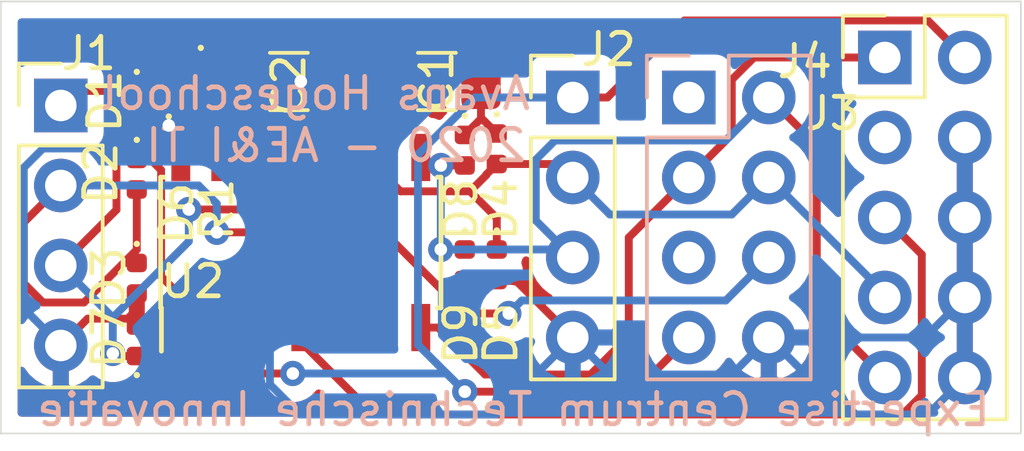
<source format=kicad_pcb>
(kicad_pcb (version 20171130) (host pcbnew "(5.1.0)-1")

  (general
    (thickness 1.6)
    (drawings 8)
    (tracks 177)
    (zones 0)
    (modules 17)
    (nets 19)
  )

  (page A4)
  (layers
    (0 F.Cu signal)
    (31 B.Cu signal)
    (32 B.Adhes user)
    (33 F.Adhes user)
    (34 B.Paste user)
    (35 F.Paste user)
    (36 B.SilkS user)
    (37 F.SilkS user)
    (38 B.Mask user)
    (39 F.Mask user)
    (40 Dwgs.User user)
    (41 Cmts.User user)
    (42 Eco1.User user)
    (43 Eco2.User user)
    (44 Edge.Cuts user)
    (45 Margin user)
    (46 B.CrtYd user)
    (47 F.CrtYd user)
    (48 B.Fab user)
    (49 F.Fab user hide)
  )

  (setup
    (last_trace_width 0.25)
    (trace_clearance 0.2)
    (zone_clearance 0.508)
    (zone_45_only no)
    (trace_min 0.2)
    (via_size 0.8)
    (via_drill 0.4)
    (via_min_size 0.4)
    (via_min_drill 0.3)
    (uvia_size 0.3)
    (uvia_drill 0.1)
    (uvias_allowed no)
    (uvia_min_size 0.2)
    (uvia_min_drill 0.1)
    (edge_width 0.05)
    (segment_width 0.2)
    (pcb_text_width 0.3)
    (pcb_text_size 1.5 1.5)
    (mod_edge_width 0.12)
    (mod_text_size 1 1)
    (mod_text_width 0.15)
    (pad_size 1.524 1.524)
    (pad_drill 0.762)
    (pad_to_mask_clearance 0.051)
    (solder_mask_min_width 0.25)
    (aux_axis_origin 0 0)
    (visible_elements FFFFFF7F)
    (pcbplotparams
      (layerselection 0x010fc_ffffffff)
      (usegerberextensions false)
      (usegerberattributes false)
      (usegerberadvancedattributes true)
      (creategerberjobfile false)
      (excludeedgelayer false)
      (linewidth 0.100000)
      (plotframeref false)
      (viasonmask false)
      (mode 1)
      (useauxorigin true)
      (hpglpennumber 1)
      (hpglpenspeed 20)
      (hpglpendiameter 15.000000)
      (psnegative false)
      (psa4output false)
      (plotreference true)
      (plotvalue true)
      (plotinvisibletext false)
      (padsonsilk false)
      (subtractmaskfromsilk false)
      (outputformat 1)
      (mirror false)
      (drillshape 0)
      (scaleselection 1)
      (outputdirectory "gerber/"))
  )

  (net 0 "")
  (net 1 "Net-(D1-Pad2)")
  (net 2 TX_BUILDING)
  (net 3 RX_BUILDING)
  (net 4 GND)
  (net 5 "Net-(R1-Pad2)")
  (net 6 "Net-(U2-Pad2)")
  (net 7 "Net-(U2-Pad3)")
  (net 8 "Net-(U2-Pad11)")
  (net 9 "Net-(U2-Pad12)")
  (net 10 VCC)
  (net 11 RXD1_SCK)
  (net 12 TXD1_MISO)
  (net 13 MOSI)
  (net 14 "Net-(J3-Pad3)")
  (net 15 RESET)
  (net 16 IRQ)
  (net 17 CSN)
  (net 18 CE)

  (net_class Default "This is the default net class."
    (clearance 0.2)
    (trace_width 0.25)
    (via_dia 0.8)
    (via_drill 0.4)
    (uvia_dia 0.3)
    (uvia_drill 0.1)
    (add_net CE)
    (add_net CSN)
    (add_net GND)
    (add_net IRQ)
    (add_net MOSI)
    (add_net "Net-(D1-Pad2)")
    (add_net "Net-(J3-Pad3)")
    (add_net "Net-(R1-Pad2)")
    (add_net "Net-(U2-Pad11)")
    (add_net "Net-(U2-Pad12)")
    (add_net "Net-(U2-Pad2)")
    (add_net "Net-(U2-Pad3)")
    (add_net RESET)
    (add_net RXD1_SCK)
    (add_net RX_BUILDING)
    (add_net TXD1_MISO)
    (add_net TX_BUILDING)
    (add_net VCC)
  )

  (module Diode_SMD:D_0402_1005Metric (layer F.Cu) (tedit 5B301BBE) (tstamp 5EB611D3)
    (at 153.797 40.109 270)
    (descr "Diode SMD 0402 (1005 Metric), square (rectangular) end terminal, IPC_7351 nominal, (Body size source: http://www.tortai-tech.com/upload/download/2011102023233369053.pdf), generated with kicad-footprint-generator")
    (tags diode)
    (path /5EBBAD3B)
    (attr smd)
    (fp_text reference D4 (at 1.928 -0.127 270) (layer F.SilkS)
      (effects (font (size 1 1) (thickness 0.15)))
    )
    (fp_text value D_Small (at 0 1.17 270) (layer F.Fab)
      (effects (font (size 1 1) (thickness 0.15)))
    )
    (fp_circle (center -1.09 0) (end -1.04 0) (layer F.SilkS) (width 0.1))
    (fp_line (start -0.5 0.25) (end -0.5 -0.25) (layer F.Fab) (width 0.1))
    (fp_line (start -0.5 -0.25) (end 0.5 -0.25) (layer F.Fab) (width 0.1))
    (fp_line (start 0.5 -0.25) (end 0.5 0.25) (layer F.Fab) (width 0.1))
    (fp_line (start 0.5 0.25) (end -0.5 0.25) (layer F.Fab) (width 0.1))
    (fp_line (start -0.4 0.25) (end -0.4 -0.25) (layer F.Fab) (width 0.1))
    (fp_line (start -0.3 0.25) (end -0.3 -0.25) (layer F.Fab) (width 0.1))
    (fp_line (start -0.93 0.47) (end -0.93 -0.47) (layer F.CrtYd) (width 0.05))
    (fp_line (start -0.93 -0.47) (end 0.93 -0.47) (layer F.CrtYd) (width 0.05))
    (fp_line (start 0.93 -0.47) (end 0.93 0.47) (layer F.CrtYd) (width 0.05))
    (fp_line (start 0.93 0.47) (end -0.93 0.47) (layer F.CrtYd) (width 0.05))
    (fp_text user %R (at 0 0 270) (layer F.Fab)
      (effects (font (size 0.25 0.25) (thickness 0.04)))
    )
    (pad 1 smd roundrect (at -0.485 0 270) (size 0.59 0.64) (layers F.Cu F.Paste F.Mask) (roundrect_rratio 0.25)
      (net 10 VCC))
    (pad 2 smd roundrect (at 0.485 0 270) (size 0.59 0.64) (layers F.Cu F.Paste F.Mask) (roundrect_rratio 0.25)
      (net 11 RXD1_SCK))
    (model ${KISYS3DMOD}/Diode_SMD.3dshapes/D_0402_1005Metric.wrl
      (at (xyz 0 0 0))
      (scale (xyz 1 1 1))
      (rotate (xyz 0 0 0))
    )
  )

  (module Capacitor_SMD:C_1206_3216Metric (layer F.Cu) (tedit 5B301BBE) (tstamp 5EB718EB)
    (at 151.895 37.973 180)
    (descr "Capacitor SMD 1206 (3216 Metric), square (rectangular) end terminal, IPC_7351 nominal, (Body size source: http://www.tortai-tech.com/upload/download/2011102023233369053.pdf), generated with kicad-footprint-generator")
    (tags capacitor)
    (path /5EB59CE1)
    (attr smd)
    (fp_text reference C1 (at 0.003 0 270) (layer F.SilkS)
      (effects (font (size 1 1) (thickness 0.15)))
    )
    (fp_text value 10nF (at 0 1.82 180) (layer F.Fab)
      (effects (font (size 1 1) (thickness 0.15)))
    )
    (fp_line (start -1.6 0.8) (end -1.6 -0.8) (layer F.Fab) (width 0.1))
    (fp_line (start -1.6 -0.8) (end 1.6 -0.8) (layer F.Fab) (width 0.1))
    (fp_line (start 1.6 -0.8) (end 1.6 0.8) (layer F.Fab) (width 0.1))
    (fp_line (start 1.6 0.8) (end -1.6 0.8) (layer F.Fab) (width 0.1))
    (fp_line (start -0.602064 -0.91) (end 0.602064 -0.91) (layer F.SilkS) (width 0.12))
    (fp_line (start -0.602064 0.91) (end 0.602064 0.91) (layer F.SilkS) (width 0.12))
    (fp_line (start -2.28 1.12) (end -2.28 -1.12) (layer F.CrtYd) (width 0.05))
    (fp_line (start -2.28 -1.12) (end 2.28 -1.12) (layer F.CrtYd) (width 0.05))
    (fp_line (start 2.28 -1.12) (end 2.28 1.12) (layer F.CrtYd) (width 0.05))
    (fp_line (start 2.28 1.12) (end -2.28 1.12) (layer F.CrtYd) (width 0.05))
    (fp_text user %R (at 0 0 180) (layer F.Fab)
      (effects (font (size 0.8 0.8) (thickness 0.12)))
    )
    (pad 1 smd roundrect (at -1.4 0 180) (size 1.25 1.75) (layers F.Cu F.Paste F.Mask) (roundrect_rratio 0.2)
      (net 10 VCC))
    (pad 2 smd roundrect (at 1.4 0 180) (size 1.25 1.75) (layers F.Cu F.Paste F.Mask) (roundrect_rratio 0.2)
      (net 4 GND))
    (model ${KISYS3DMOD}/Capacitor_SMD.3dshapes/C_1206_3216Metric.wrl
      (at (xyz 0 0 0))
      (scale (xyz 1 1 1))
      (rotate (xyz 0 0 0))
    )
  )

  (module Connector_PinHeader_2.54mm:PinHeader_1x04_P2.54mm_Vertical (layer F.Cu) (tedit 59FED5CC) (tstamp 5EB58904)
    (at 139.954 38.735)
    (descr "Through hole straight pin header, 1x04, 2.54mm pitch, single row")
    (tags "Through hole pin header THT 1x04 2.54mm single row")
    (path /5EB431B5)
    (fp_text reference J1 (at 0.889 -1.651) (layer F.SilkS)
      (effects (font (size 1 1) (thickness 0.15)))
    )
    (fp_text value Conn_01x04_Male (at 0 9.95) (layer F.Fab)
      (effects (font (size 1 1) (thickness 0.15)))
    )
    (fp_line (start -0.635 -1.27) (end 1.27 -1.27) (layer F.Fab) (width 0.1))
    (fp_line (start 1.27 -1.27) (end 1.27 8.89) (layer F.Fab) (width 0.1))
    (fp_line (start 1.27 8.89) (end -1.27 8.89) (layer F.Fab) (width 0.1))
    (fp_line (start -1.27 8.89) (end -1.27 -0.635) (layer F.Fab) (width 0.1))
    (fp_line (start -1.27 -0.635) (end -0.635 -1.27) (layer F.Fab) (width 0.1))
    (fp_line (start -1.33 8.95) (end 1.33 8.95) (layer F.SilkS) (width 0.12))
    (fp_line (start -1.33 1.27) (end -1.33 8.95) (layer F.SilkS) (width 0.12))
    (fp_line (start 1.33 1.27) (end 1.33 8.95) (layer F.SilkS) (width 0.12))
    (fp_line (start -1.33 1.27) (end 1.33 1.27) (layer F.SilkS) (width 0.12))
    (fp_line (start -1.33 0) (end -1.33 -1.33) (layer F.SilkS) (width 0.12))
    (fp_line (start -1.33 -1.33) (end 0 -1.33) (layer F.SilkS) (width 0.12))
    (fp_line (start -1.8 -1.8) (end -1.8 9.4) (layer F.CrtYd) (width 0.05))
    (fp_line (start -1.8 9.4) (end 1.8 9.4) (layer F.CrtYd) (width 0.05))
    (fp_line (start 1.8 9.4) (end 1.8 -1.8) (layer F.CrtYd) (width 0.05))
    (fp_line (start 1.8 -1.8) (end -1.8 -1.8) (layer F.CrtYd) (width 0.05))
    (fp_text user %R (at 0 3.81 90) (layer F.Fab)
      (effects (font (size 1 1) (thickness 0.15)))
    )
    (pad 1 thru_hole rect (at 0 0) (size 1.7 1.7) (drill 1) (layers *.Cu *.Mask)
      (net 10 VCC))
    (pad 2 thru_hole oval (at 0 2.54) (size 1.7 1.7) (drill 1) (layers *.Cu *.Mask)
      (net 2 TX_BUILDING))
    (pad 3 thru_hole oval (at 0 5.08) (size 1.7 1.7) (drill 1) (layers *.Cu *.Mask)
      (net 3 RX_BUILDING))
    (pad 4 thru_hole oval (at 0 7.62) (size 1.7 1.7) (drill 1) (layers *.Cu *.Mask)
      (net 4 GND))
    (model ${KISYS3DMOD}/Connector_PinHeader_2.54mm.3dshapes/PinHeader_1x04_P2.54mm_Vertical.wrl
      (at (xyz 0 0 0))
      (scale (xyz 1 1 1))
      (rotate (xyz 0 0 0))
    )
  )

  (module Connector_PinHeader_2.54mm:PinHeader_1x04_P2.54mm_Vertical (layer F.Cu) (tedit 59FED5CC) (tstamp 5EB61599)
    (at 156.21 38.481)
    (descr "Through hole straight pin header, 1x04, 2.54mm pitch, single row")
    (tags "Through hole pin header THT 1x04 2.54mm single row")
    (path /5EB45479)
    (fp_text reference J2 (at 1.143 -1.524) (layer F.SilkS)
      (effects (font (size 1 1) (thickness 0.15)))
    )
    (fp_text value Conn_01x04_Male (at 0 9.95) (layer F.Fab)
      (effects (font (size 1 1) (thickness 0.15)))
    )
    (fp_text user %R (at 0 3.81 90) (layer F.Fab)
      (effects (font (size 1 1) (thickness 0.15)))
    )
    (fp_line (start 1.8 -1.8) (end -1.8 -1.8) (layer F.CrtYd) (width 0.05))
    (fp_line (start 1.8 9.4) (end 1.8 -1.8) (layer F.CrtYd) (width 0.05))
    (fp_line (start -1.8 9.4) (end 1.8 9.4) (layer F.CrtYd) (width 0.05))
    (fp_line (start -1.8 -1.8) (end -1.8 9.4) (layer F.CrtYd) (width 0.05))
    (fp_line (start -1.33 -1.33) (end 0 -1.33) (layer F.SilkS) (width 0.12))
    (fp_line (start -1.33 0) (end -1.33 -1.33) (layer F.SilkS) (width 0.12))
    (fp_line (start -1.33 1.27) (end 1.33 1.27) (layer F.SilkS) (width 0.12))
    (fp_line (start 1.33 1.27) (end 1.33 8.95) (layer F.SilkS) (width 0.12))
    (fp_line (start -1.33 1.27) (end -1.33 8.95) (layer F.SilkS) (width 0.12))
    (fp_line (start -1.33 8.95) (end 1.33 8.95) (layer F.SilkS) (width 0.12))
    (fp_line (start -1.27 -0.635) (end -0.635 -1.27) (layer F.Fab) (width 0.1))
    (fp_line (start -1.27 8.89) (end -1.27 -0.635) (layer F.Fab) (width 0.1))
    (fp_line (start 1.27 8.89) (end -1.27 8.89) (layer F.Fab) (width 0.1))
    (fp_line (start 1.27 -1.27) (end 1.27 8.89) (layer F.Fab) (width 0.1))
    (fp_line (start -0.635 -1.27) (end 1.27 -1.27) (layer F.Fab) (width 0.1))
    (pad 4 thru_hole oval (at 0 7.62) (size 1.7 1.7) (drill 1) (layers *.Cu *.Mask)
      (net 4 GND))
    (pad 3 thru_hole oval (at 0 5.08) (size 1.7 1.7) (drill 1) (layers *.Cu *.Mask)
      (net 12 TXD1_MISO))
    (pad 2 thru_hole oval (at 0 2.54) (size 1.7 1.7) (drill 1) (layers *.Cu *.Mask)
      (net 11 RXD1_SCK))
    (pad 1 thru_hole rect (at 0 0) (size 1.7 1.7) (drill 1) (layers *.Cu *.Mask)
      (net 10 VCC))
    (model ${KISYS3DMOD}/Connector_PinHeader_2.54mm.3dshapes/PinHeader_1x04_P2.54mm_Vertical.wrl
      (at (xyz 0 0 0))
      (scale (xyz 1 1 1))
      (rotate (xyz 0 0 0))
    )
  )

  (module Package_SO:SOIC-14_3.9x8.7mm_P1.27mm (layer F.Cu) (tedit 5A02F2D3) (tstamp 5EB58987)
    (at 147.574 43.086 90)
    (descr "14-Lead Plastic Small Outline (SL) - Narrow, 3.90 mm Body [SOIC] (see Microchip Packaging Specification 00000049BS.pdf)")
    (tags "SOIC 1.27")
    (path /5EB41C33)
    (attr smd)
    (fp_text reference U2 (at -1.237 -3.429 180) (layer F.SilkS)
      (effects (font (size 1 1) (thickness 0.15)))
    )
    (fp_text value ATtiny841-SSU (at 0 5.375 90) (layer F.Fab)
      (effects (font (size 1 1) (thickness 0.15)))
    )
    (fp_text user %R (at 0 0 90) (layer F.Fab)
      (effects (font (size 0.9 0.9) (thickness 0.135)))
    )
    (fp_line (start -0.95 -4.35) (end 1.95 -4.35) (layer F.Fab) (width 0.15))
    (fp_line (start 1.95 -4.35) (end 1.95 4.35) (layer F.Fab) (width 0.15))
    (fp_line (start 1.95 4.35) (end -1.95 4.35) (layer F.Fab) (width 0.15))
    (fp_line (start -1.95 4.35) (end -1.95 -3.35) (layer F.Fab) (width 0.15))
    (fp_line (start -1.95 -3.35) (end -0.95 -4.35) (layer F.Fab) (width 0.15))
    (fp_line (start -3.7 -4.65) (end -3.7 4.65) (layer F.CrtYd) (width 0.05))
    (fp_line (start 3.7 -4.65) (end 3.7 4.65) (layer F.CrtYd) (width 0.05))
    (fp_line (start -3.7 -4.65) (end 3.7 -4.65) (layer F.CrtYd) (width 0.05))
    (fp_line (start -3.7 4.65) (end 3.7 4.65) (layer F.CrtYd) (width 0.05))
    (fp_line (start -2.075 -4.45) (end -2.075 -4.425) (layer F.SilkS) (width 0.15))
    (fp_line (start 2.075 -4.45) (end 2.075 -4.335) (layer F.SilkS) (width 0.15))
    (fp_line (start 2.075 4.45) (end 2.075 4.335) (layer F.SilkS) (width 0.15))
    (fp_line (start -2.075 4.45) (end -2.075 4.335) (layer F.SilkS) (width 0.15))
    (fp_line (start -2.075 -4.45) (end 2.075 -4.45) (layer F.SilkS) (width 0.15))
    (fp_line (start -2.075 4.45) (end 2.075 4.45) (layer F.SilkS) (width 0.15))
    (fp_line (start -2.075 -4.425) (end -3.45 -4.425) (layer F.SilkS) (width 0.15))
    (pad 1 smd rect (at -2.7 -3.81 90) (size 1.5 0.6) (layers F.Cu F.Paste F.Mask)
      (net 10 VCC))
    (pad 2 smd rect (at -2.7 -2.54 90) (size 1.5 0.6) (layers F.Cu F.Paste F.Mask)
      (net 6 "Net-(U2-Pad2)"))
    (pad 3 smd rect (at -2.7 -1.27 90) (size 1.5 0.6) (layers F.Cu F.Paste F.Mask)
      (net 7 "Net-(U2-Pad3)"))
    (pad 4 smd rect (at -2.7 0 90) (size 1.5 0.6) (layers F.Cu F.Paste F.Mask)
      (net 15 RESET))
    (pad 5 smd rect (at -2.7 1.27 90) (size 1.5 0.6) (layers F.Cu F.Paste F.Mask)
      (net 2 TX_BUILDING))
    (pad 6 smd rect (at -2.7 2.54 90) (size 1.5 0.6) (layers F.Cu F.Paste F.Mask)
      (net 3 RX_BUILDING))
    (pad 7 smd rect (at -2.7 3.81 90) (size 1.5 0.6) (layers F.Cu F.Paste F.Mask)
      (net 13 MOSI))
    (pad 8 smd rect (at 2.7 3.81 90) (size 1.5 0.6) (layers F.Cu F.Paste F.Mask)
      (net 12 TXD1_MISO))
    (pad 9 smd rect (at 2.7 2.54 90) (size 1.5 0.6) (layers F.Cu F.Paste F.Mask)
      (net 11 RXD1_SCK))
    (pad 10 smd rect (at 2.7 1.27 90) (size 1.5 0.6) (layers F.Cu F.Paste F.Mask)
      (net 18 CE))
    (pad 11 smd rect (at 2.7 0 90) (size 1.5 0.6) (layers F.Cu F.Paste F.Mask)
      (net 8 "Net-(U2-Pad11)"))
    (pad 12 smd rect (at 2.7 -1.27 90) (size 1.5 0.6) (layers F.Cu F.Paste F.Mask)
      (net 9 "Net-(U2-Pad12)"))
    (pad 13 smd rect (at 2.7 -2.54 90) (size 1.5 0.6) (layers F.Cu F.Paste F.Mask)
      (net 5 "Net-(R1-Pad2)"))
    (pad 14 smd rect (at 2.7 -3.81 90) (size 1.5 0.6) (layers F.Cu F.Paste F.Mask)
      (net 4 GND))
    (model ${KISYS3DMOD}/Package_SO.3dshapes/SOIC-14_3.9x8.7mm_P1.27mm.wrl
      (at (xyz 0 0 0))
      (scale (xyz 1 1 1))
      (rotate (xyz 0 0 0))
    )
  )

  (module Capacitor_SMD:C_1206_3216Metric (layer F.Cu) (tedit 5B301BBE) (tstamp 5EB718BB)
    (at 147.196 37.973)
    (descr "Capacitor SMD 1206 (3216 Metric), square (rectangular) end terminal, IPC_7351 nominal, (Body size source: http://www.tortai-tech.com/upload/download/2011102023233369053.pdf), generated with kicad-footprint-generator")
    (tags capacitor)
    (path /5EB5A1CC)
    (attr smd)
    (fp_text reference C2 (at -0.003 0.127 90) (layer F.SilkS)
      (effects (font (size 1 1) (thickness 0.15)))
    )
    (fp_text value 10uF (at 0 1.82) (layer F.Fab)
      (effects (font (size 1 1) (thickness 0.15)))
    )
    (fp_line (start -1.6 0.8) (end -1.6 -0.8) (layer F.Fab) (width 0.1))
    (fp_line (start -1.6 -0.8) (end 1.6 -0.8) (layer F.Fab) (width 0.1))
    (fp_line (start 1.6 -0.8) (end 1.6 0.8) (layer F.Fab) (width 0.1))
    (fp_line (start 1.6 0.8) (end -1.6 0.8) (layer F.Fab) (width 0.1))
    (fp_line (start -0.602064 -0.91) (end 0.602064 -0.91) (layer F.SilkS) (width 0.12))
    (fp_line (start -0.602064 0.91) (end 0.602064 0.91) (layer F.SilkS) (width 0.12))
    (fp_line (start -2.28 1.12) (end -2.28 -1.12) (layer F.CrtYd) (width 0.05))
    (fp_line (start -2.28 -1.12) (end 2.28 -1.12) (layer F.CrtYd) (width 0.05))
    (fp_line (start 2.28 -1.12) (end 2.28 1.12) (layer F.CrtYd) (width 0.05))
    (fp_line (start 2.28 1.12) (end -2.28 1.12) (layer F.CrtYd) (width 0.05))
    (fp_text user %R (at 0 0) (layer F.Fab)
      (effects (font (size 0.8 0.8) (thickness 0.12)))
    )
    (pad 1 smd roundrect (at -1.4 0) (size 1.25 1.75) (layers F.Cu F.Paste F.Mask) (roundrect_rratio 0.2)
      (net 10 VCC))
    (pad 2 smd roundrect (at 1.4 0) (size 1.25 1.75) (layers F.Cu F.Paste F.Mask) (roundrect_rratio 0.2)
      (net 4 GND))
    (model ${KISYS3DMOD}/Capacitor_SMD.3dshapes/C_1206_3216Metric.wrl
      (at (xyz 0 0 0))
      (scale (xyz 1 1 1))
      (rotate (xyz 0 0 0))
    )
  )

  (module Diode_SMD:D_0402_1005Metric (layer F.Cu) (tedit 5B301BBE) (tstamp 5EB60363)
    (at 142.367 40.917 270)
    (descr "Diode SMD 0402 (1005 Metric), square (rectangular) end terminal, IPC_7351 nominal, (Body size source: http://www.tortai-tech.com/upload/download/2011102023233369053.pdf), generated with kicad-footprint-generator")
    (tags diode)
    (path /5EB99536)
    (attr smd)
    (fp_text reference D2 (at -0.023 1.143 270) (layer F.SilkS)
      (effects (font (size 1 1) (thickness 0.15)))
    )
    (fp_text value D_Small (at 0 1.17 270) (layer F.Fab)
      (effects (font (size 1 1) (thickness 0.15)))
    )
    (fp_circle (center -1.09 0) (end -1.04 0) (layer F.SilkS) (width 0.1))
    (fp_line (start -0.5 0.25) (end -0.5 -0.25) (layer F.Fab) (width 0.1))
    (fp_line (start -0.5 -0.25) (end 0.5 -0.25) (layer F.Fab) (width 0.1))
    (fp_line (start 0.5 -0.25) (end 0.5 0.25) (layer F.Fab) (width 0.1))
    (fp_line (start 0.5 0.25) (end -0.5 0.25) (layer F.Fab) (width 0.1))
    (fp_line (start -0.4 0.25) (end -0.4 -0.25) (layer F.Fab) (width 0.1))
    (fp_line (start -0.3 0.25) (end -0.3 -0.25) (layer F.Fab) (width 0.1))
    (fp_line (start -0.93 0.47) (end -0.93 -0.47) (layer F.CrtYd) (width 0.05))
    (fp_line (start -0.93 -0.47) (end 0.93 -0.47) (layer F.CrtYd) (width 0.05))
    (fp_line (start 0.93 -0.47) (end 0.93 0.47) (layer F.CrtYd) (width 0.05))
    (fp_line (start 0.93 0.47) (end -0.93 0.47) (layer F.CrtYd) (width 0.05))
    (fp_text user %R (at 0 0 270) (layer F.Fab)
      (effects (font (size 0.25 0.25) (thickness 0.04)))
    )
    (pad 1 smd roundrect (at -0.485 0 270) (size 0.59 0.64) (layers F.Cu F.Paste F.Mask) (roundrect_rratio 0.25)
      (net 10 VCC))
    (pad 2 smd roundrect (at 0.485 0 270) (size 0.59 0.64) (layers F.Cu F.Paste F.Mask) (roundrect_rratio 0.25)
      (net 2 TX_BUILDING))
    (model ${KISYS3DMOD}/Diode_SMD.3dshapes/D_0402_1005Metric.wrl
      (at (xyz 0 0 0))
      (scale (xyz 1 1 1))
      (rotate (xyz 0 0 0))
    )
  )

  (module Diode_SMD:D_0402_1005Metric (layer F.Cu) (tedit 5B301BBE) (tstamp 5EB60375)
    (at 142.367 44.219 270)
    (descr "Diode SMD 0402 (1005 Metric), square (rectangular) end terminal, IPC_7351 nominal, (Body size source: http://www.tortai-tech.com/upload/download/2011102023233369053.pdf), generated with kicad-footprint-generator")
    (tags diode)
    (path /5EB9AFBE)
    (attr smd)
    (fp_text reference D3 (at 0 0.889 270) (layer F.SilkS)
      (effects (font (size 1 1) (thickness 0.15)))
    )
    (fp_text value D_Small (at 0 1.17 270) (layer F.Fab)
      (effects (font (size 1 1) (thickness 0.15)))
    )
    (fp_circle (center -1.09 0) (end -1.04 0) (layer F.SilkS) (width 0.1))
    (fp_line (start -0.5 0.25) (end -0.5 -0.25) (layer F.Fab) (width 0.1))
    (fp_line (start -0.5 -0.25) (end 0.5 -0.25) (layer F.Fab) (width 0.1))
    (fp_line (start 0.5 -0.25) (end 0.5 0.25) (layer F.Fab) (width 0.1))
    (fp_line (start 0.5 0.25) (end -0.5 0.25) (layer F.Fab) (width 0.1))
    (fp_line (start -0.4 0.25) (end -0.4 -0.25) (layer F.Fab) (width 0.1))
    (fp_line (start -0.3 0.25) (end -0.3 -0.25) (layer F.Fab) (width 0.1))
    (fp_line (start -0.93 0.47) (end -0.93 -0.47) (layer F.CrtYd) (width 0.05))
    (fp_line (start -0.93 -0.47) (end 0.93 -0.47) (layer F.CrtYd) (width 0.05))
    (fp_line (start 0.93 -0.47) (end 0.93 0.47) (layer F.CrtYd) (width 0.05))
    (fp_line (start 0.93 0.47) (end -0.93 0.47) (layer F.CrtYd) (width 0.05))
    (fp_text user %R (at 0 0 270) (layer F.Fab)
      (effects (font (size 0.25 0.25) (thickness 0.04)))
    )
    (pad 1 smd roundrect (at -0.485 0 270) (size 0.59 0.64) (layers F.Cu F.Paste F.Mask) (roundrect_rratio 0.25)
      (net 2 TX_BUILDING))
    (pad 2 smd roundrect (at 0.485 0 270) (size 0.59 0.64) (layers F.Cu F.Paste F.Mask) (roundrect_rratio 0.25)
      (net 4 GND))
    (model ${KISYS3DMOD}/Diode_SMD.3dshapes/D_0402_1005Metric.wrl
      (at (xyz 0 0 0))
      (scale (xyz 1 1 1))
      (rotate (xyz 0 0 0))
    )
  )

  (module Diode_SMD:D_0402_1005Metric (layer F.Cu) (tedit 5B301BBE) (tstamp 5EB72564)
    (at 153.797 43.792 270)
    (descr "Diode SMD 0402 (1005 Metric), square (rectangular) end terminal, IPC_7351 nominal, (Body size source: http://www.tortai-tech.com/upload/download/2011102023233369053.pdf), generated with kicad-footprint-generator")
    (tags diode)
    (path /5EBB32DC)
    (attr smd)
    (fp_text reference D5 (at 2.182 -0.127 270) (layer F.SilkS)
      (effects (font (size 1 1) (thickness 0.15)))
    )
    (fp_text value D_Small (at 0 1.17 270) (layer F.Fab)
      (effects (font (size 1 1) (thickness 0.15)))
    )
    (fp_text user %R (at 0 0 270) (layer F.Fab)
      (effects (font (size 0.25 0.25) (thickness 0.04)))
    )
    (fp_line (start 0.93 0.47) (end -0.93 0.47) (layer F.CrtYd) (width 0.05))
    (fp_line (start 0.93 -0.47) (end 0.93 0.47) (layer F.CrtYd) (width 0.05))
    (fp_line (start -0.93 -0.47) (end 0.93 -0.47) (layer F.CrtYd) (width 0.05))
    (fp_line (start -0.93 0.47) (end -0.93 -0.47) (layer F.CrtYd) (width 0.05))
    (fp_line (start -0.3 0.25) (end -0.3 -0.25) (layer F.Fab) (width 0.1))
    (fp_line (start -0.4 0.25) (end -0.4 -0.25) (layer F.Fab) (width 0.1))
    (fp_line (start 0.5 0.25) (end -0.5 0.25) (layer F.Fab) (width 0.1))
    (fp_line (start 0.5 -0.25) (end 0.5 0.25) (layer F.Fab) (width 0.1))
    (fp_line (start -0.5 -0.25) (end 0.5 -0.25) (layer F.Fab) (width 0.1))
    (fp_line (start -0.5 0.25) (end -0.5 -0.25) (layer F.Fab) (width 0.1))
    (fp_circle (center -1.09 0) (end -1.04 0) (layer F.SilkS) (width 0.1))
    (pad 2 smd roundrect (at 0.485 0 270) (size 0.59 0.64) (layers F.Cu F.Paste F.Mask) (roundrect_rratio 0.25)
      (net 4 GND))
    (pad 1 smd roundrect (at -0.485 0 270) (size 0.59 0.64) (layers F.Cu F.Paste F.Mask) (roundrect_rratio 0.25)
      (net 11 RXD1_SCK))
    (model ${KISYS3DMOD}/Diode_SMD.3dshapes/D_0402_1005Metric.wrl
      (at (xyz 0 0 0))
      (scale (xyz 1 1 1))
      (rotate (xyz 0 0 0))
    )
  )

  (module Diode_SMD:D_0402_1005Metric (layer F.Cu) (tedit 5B301BBE) (tstamp 5EB61495)
    (at 142.367 38.758 270)
    (descr "Diode SMD 0402 (1005 Metric), square (rectangular) end terminal, IPC_7351 nominal, (Body size source: http://www.tortai-tech.com/upload/download/2011102023233369053.pdf), generated with kicad-footprint-generator")
    (tags diode)
    (path /5EB91604)
    (attr smd)
    (fp_text reference D6 (at 3.406 -1.27 270) (layer F.SilkS)
      (effects (font (size 1 1) (thickness 0.15)))
    )
    (fp_text value D_Small (at 0 1.17 270) (layer F.Fab)
      (effects (font (size 1 1) (thickness 0.15)))
    )
    (fp_text user %R (at 0 0 270) (layer F.Fab)
      (effects (font (size 0.25 0.25) (thickness 0.04)))
    )
    (fp_line (start 0.93 0.47) (end -0.93 0.47) (layer F.CrtYd) (width 0.05))
    (fp_line (start 0.93 -0.47) (end 0.93 0.47) (layer F.CrtYd) (width 0.05))
    (fp_line (start -0.93 -0.47) (end 0.93 -0.47) (layer F.CrtYd) (width 0.05))
    (fp_line (start -0.93 0.47) (end -0.93 -0.47) (layer F.CrtYd) (width 0.05))
    (fp_line (start -0.3 0.25) (end -0.3 -0.25) (layer F.Fab) (width 0.1))
    (fp_line (start -0.4 0.25) (end -0.4 -0.25) (layer F.Fab) (width 0.1))
    (fp_line (start 0.5 0.25) (end -0.5 0.25) (layer F.Fab) (width 0.1))
    (fp_line (start 0.5 -0.25) (end 0.5 0.25) (layer F.Fab) (width 0.1))
    (fp_line (start -0.5 -0.25) (end 0.5 -0.25) (layer F.Fab) (width 0.1))
    (fp_line (start -0.5 0.25) (end -0.5 -0.25) (layer F.Fab) (width 0.1))
    (fp_circle (center -1.09 0) (end -1.04 0) (layer F.SilkS) (width 0.1))
    (pad 2 smd roundrect (at 0.485 0 270) (size 0.59 0.64) (layers F.Cu F.Paste F.Mask) (roundrect_rratio 0.25)
      (net 3 RX_BUILDING))
    (pad 1 smd roundrect (at -0.485 0 270) (size 0.59 0.64) (layers F.Cu F.Paste F.Mask) (roundrect_rratio 0.25)
      (net 10 VCC))
    (model ${KISYS3DMOD}/Diode_SMD.3dshapes/D_0402_1005Metric.wrl
      (at (xyz 0 0 0))
      (scale (xyz 1 1 1))
      (rotate (xyz 0 0 0))
    )
  )

  (module Diode_SMD:D_0402_1005Metric (layer F.Cu) (tedit 5B301BBE) (tstamp 5EB603BD)
    (at 142.367 46.205 90)
    (descr "Diode SMD 0402 (1005 Metric), square (rectangular) end terminal, IPC_7351 nominal, (Body size source: http://www.tortai-tech.com/upload/download/2011102023233369053.pdf), generated with kicad-footprint-generator")
    (tags diode)
    (path /5EB9AFB8)
    (attr smd)
    (fp_text reference D7 (at 0.104 -0.889 90) (layer F.SilkS)
      (effects (font (size 1 1) (thickness 0.15)))
    )
    (fp_text value D_Small (at 0 1.17 90) (layer F.Fab)
      (effects (font (size 1 1) (thickness 0.15)))
    )
    (fp_text user %R (at 0 0 90) (layer F.Fab)
      (effects (font (size 0.25 0.25) (thickness 0.04)))
    )
    (fp_line (start 0.93 0.47) (end -0.93 0.47) (layer F.CrtYd) (width 0.05))
    (fp_line (start 0.93 -0.47) (end 0.93 0.47) (layer F.CrtYd) (width 0.05))
    (fp_line (start -0.93 -0.47) (end 0.93 -0.47) (layer F.CrtYd) (width 0.05))
    (fp_line (start -0.93 0.47) (end -0.93 -0.47) (layer F.CrtYd) (width 0.05))
    (fp_line (start -0.3 0.25) (end -0.3 -0.25) (layer F.Fab) (width 0.1))
    (fp_line (start -0.4 0.25) (end -0.4 -0.25) (layer F.Fab) (width 0.1))
    (fp_line (start 0.5 0.25) (end -0.5 0.25) (layer F.Fab) (width 0.1))
    (fp_line (start 0.5 -0.25) (end 0.5 0.25) (layer F.Fab) (width 0.1))
    (fp_line (start -0.5 -0.25) (end 0.5 -0.25) (layer F.Fab) (width 0.1))
    (fp_line (start -0.5 0.25) (end -0.5 -0.25) (layer F.Fab) (width 0.1))
    (fp_circle (center -1.09 0) (end -1.04 0) (layer F.SilkS) (width 0.1))
    (pad 2 smd roundrect (at 0.485 0 90) (size 0.59 0.64) (layers F.Cu F.Paste F.Mask) (roundrect_rratio 0.25)
      (net 4 GND))
    (pad 1 smd roundrect (at -0.485 0 90) (size 0.59 0.64) (layers F.Cu F.Paste F.Mask) (roundrect_rratio 0.25)
      (net 3 RX_BUILDING))
    (model ${KISYS3DMOD}/Diode_SMD.3dshapes/D_0402_1005Metric.wrl
      (at (xyz 0 0 0))
      (scale (xyz 1 1 1))
      (rotate (xyz 0 0 0))
    )
  )

  (module Diode_SMD:D_0402_1005Metric (layer F.Cu) (tedit 5B301BBE) (tstamp 5EB611A0)
    (at 152.781 40.155 270)
    (descr "Diode SMD 0402 (1005 Metric), square (rectangular) end terminal, IPC_7351 nominal, (Body size source: http://www.tortai-tech.com/upload/download/2011102023233369053.pdf), generated with kicad-footprint-generator")
    (tags diode)
    (path /5EBB72AA)
    (attr smd)
    (fp_text reference D8 (at 1.882 0.127 270) (layer F.SilkS)
      (effects (font (size 1 1) (thickness 0.15)))
    )
    (fp_text value D_Small (at 0 1.17 270) (layer F.Fab)
      (effects (font (size 1 1) (thickness 0.15)))
    )
    (fp_text user %R (at 0 0 270) (layer F.Fab)
      (effects (font (size 0.25 0.25) (thickness 0.04)))
    )
    (fp_line (start 0.93 0.47) (end -0.93 0.47) (layer F.CrtYd) (width 0.05))
    (fp_line (start 0.93 -0.47) (end 0.93 0.47) (layer F.CrtYd) (width 0.05))
    (fp_line (start -0.93 -0.47) (end 0.93 -0.47) (layer F.CrtYd) (width 0.05))
    (fp_line (start -0.93 0.47) (end -0.93 -0.47) (layer F.CrtYd) (width 0.05))
    (fp_line (start -0.3 0.25) (end -0.3 -0.25) (layer F.Fab) (width 0.1))
    (fp_line (start -0.4 0.25) (end -0.4 -0.25) (layer F.Fab) (width 0.1))
    (fp_line (start 0.5 0.25) (end -0.5 0.25) (layer F.Fab) (width 0.1))
    (fp_line (start 0.5 -0.25) (end 0.5 0.25) (layer F.Fab) (width 0.1))
    (fp_line (start -0.5 -0.25) (end 0.5 -0.25) (layer F.Fab) (width 0.1))
    (fp_line (start -0.5 0.25) (end -0.5 -0.25) (layer F.Fab) (width 0.1))
    (fp_circle (center -1.09 0) (end -1.04 0) (layer F.SilkS) (width 0.1))
    (pad 2 smd roundrect (at 0.485 0 270) (size 0.59 0.64) (layers F.Cu F.Paste F.Mask) (roundrect_rratio 0.25)
      (net 12 TXD1_MISO))
    (pad 1 smd roundrect (at -0.485 0 270) (size 0.59 0.64) (layers F.Cu F.Paste F.Mask) (roundrect_rratio 0.25)
      (net 10 VCC))
    (model ${KISYS3DMOD}/Diode_SMD.3dshapes/D_0402_1005Metric.wrl
      (at (xyz 0 0 0))
      (scale (xyz 1 1 1))
      (rotate (xyz 0 0 0))
    )
  )

  (module Diode_SMD:D_0402_1005Metric (layer F.Cu) (tedit 5B301BBE) (tstamp 5EB603E1)
    (at 152.781 43.792 270)
    (descr "Diode SMD 0402 (1005 Metric), square (rectangular) end terminal, IPC_7351 nominal, (Body size source: http://www.tortai-tech.com/upload/download/2011102023233369053.pdf), generated with kicad-footprint-generator")
    (tags diode)
    (path /5EBB6E53)
    (attr smd)
    (fp_text reference D9 (at 2.182 0.127 270) (layer F.SilkS)
      (effects (font (size 1 1) (thickness 0.15)))
    )
    (fp_text value D_Small (at 0 1.17 270) (layer F.Fab)
      (effects (font (size 1 1) (thickness 0.15)))
    )
    (fp_circle (center -1.09 0) (end -1.04 0) (layer F.SilkS) (width 0.1))
    (fp_line (start -0.5 0.25) (end -0.5 -0.25) (layer F.Fab) (width 0.1))
    (fp_line (start -0.5 -0.25) (end 0.5 -0.25) (layer F.Fab) (width 0.1))
    (fp_line (start 0.5 -0.25) (end 0.5 0.25) (layer F.Fab) (width 0.1))
    (fp_line (start 0.5 0.25) (end -0.5 0.25) (layer F.Fab) (width 0.1))
    (fp_line (start -0.4 0.25) (end -0.4 -0.25) (layer F.Fab) (width 0.1))
    (fp_line (start -0.3 0.25) (end -0.3 -0.25) (layer F.Fab) (width 0.1))
    (fp_line (start -0.93 0.47) (end -0.93 -0.47) (layer F.CrtYd) (width 0.05))
    (fp_line (start -0.93 -0.47) (end 0.93 -0.47) (layer F.CrtYd) (width 0.05))
    (fp_line (start 0.93 -0.47) (end 0.93 0.47) (layer F.CrtYd) (width 0.05))
    (fp_line (start 0.93 0.47) (end -0.93 0.47) (layer F.CrtYd) (width 0.05))
    (fp_text user %R (at 0 0 270) (layer F.Fab)
      (effects (font (size 0.25 0.25) (thickness 0.04)))
    )
    (pad 1 smd roundrect (at -0.485 0 270) (size 0.59 0.64) (layers F.Cu F.Paste F.Mask) (roundrect_rratio 0.25)
      (net 12 TXD1_MISO))
    (pad 2 smd roundrect (at 0.485 0 270) (size 0.59 0.64) (layers F.Cu F.Paste F.Mask) (roundrect_rratio 0.25)
      (net 4 GND))
    (model ${KISYS3DMOD}/Diode_SMD.3dshapes/D_0402_1005Metric.wrl
      (at (xyz 0 0 0))
      (scale (xyz 1 1 1))
      (rotate (xyz 0 0 0))
    )
  )

  (module Connector_PinHeader_2.54mm:PinHeader_2x05_P2.54mm_Vertical (layer F.Cu) (tedit 59FED5CC) (tstamp 5EB60D7C)
    (at 166.116 37.211)
    (descr "Through hole straight pin header, 2x05, 2.54mm pitch, double rows")
    (tags "Through hole pin header THT 2x05 2.54mm double row")
    (path /5EB74E9D)
    (fp_text reference J3 (at -1.651 1.778) (layer F.SilkS)
      (effects (font (size 1 1) (thickness 0.15)))
    )
    (fp_text value Conn_02x05_Odd_Even (at 1.27 12.49) (layer F.Fab)
      (effects (font (size 1 1) (thickness 0.15)))
    )
    (fp_line (start 0 -1.27) (end 3.81 -1.27) (layer F.Fab) (width 0.1))
    (fp_line (start 3.81 -1.27) (end 3.81 11.43) (layer F.Fab) (width 0.1))
    (fp_line (start 3.81 11.43) (end -1.27 11.43) (layer F.Fab) (width 0.1))
    (fp_line (start -1.27 11.43) (end -1.27 0) (layer F.Fab) (width 0.1))
    (fp_line (start -1.27 0) (end 0 -1.27) (layer F.Fab) (width 0.1))
    (fp_line (start -1.33 11.49) (end 3.87 11.49) (layer F.SilkS) (width 0.12))
    (fp_line (start -1.33 1.27) (end -1.33 11.49) (layer F.SilkS) (width 0.12))
    (fp_line (start 3.87 -1.33) (end 3.87 11.49) (layer F.SilkS) (width 0.12))
    (fp_line (start -1.33 1.27) (end 1.27 1.27) (layer F.SilkS) (width 0.12))
    (fp_line (start 1.27 1.27) (end 1.27 -1.33) (layer F.SilkS) (width 0.12))
    (fp_line (start 1.27 -1.33) (end 3.87 -1.33) (layer F.SilkS) (width 0.12))
    (fp_line (start -1.33 0) (end -1.33 -1.33) (layer F.SilkS) (width 0.12))
    (fp_line (start -1.33 -1.33) (end 0 -1.33) (layer F.SilkS) (width 0.12))
    (fp_line (start -1.8 -1.8) (end -1.8 11.95) (layer F.CrtYd) (width 0.05))
    (fp_line (start -1.8 11.95) (end 4.35 11.95) (layer F.CrtYd) (width 0.05))
    (fp_line (start 4.35 11.95) (end 4.35 -1.8) (layer F.CrtYd) (width 0.05))
    (fp_line (start 4.35 -1.8) (end -1.8 -1.8) (layer F.CrtYd) (width 0.05))
    (fp_text user %R (at 1.27 5.08 90) (layer F.Fab)
      (effects (font (size 1 1) (thickness 0.15)))
    )
    (pad 1 thru_hole rect (at 0 0) (size 1.7 1.7) (drill 1) (layers *.Cu *.Mask)
      (net 13 MOSI))
    (pad 2 thru_hole oval (at 2.54 0) (size 1.7 1.7) (drill 1) (layers *.Cu *.Mask)
      (net 10 VCC))
    (pad 3 thru_hole oval (at 0 2.54) (size 1.7 1.7) (drill 1) (layers *.Cu *.Mask)
      (net 14 "Net-(J3-Pad3)"))
    (pad 4 thru_hole oval (at 2.54 2.54) (size 1.7 1.7) (drill 1) (layers *.Cu *.Mask)
      (net 4 GND))
    (pad 5 thru_hole oval (at 0 5.08) (size 1.7 1.7) (drill 1) (layers *.Cu *.Mask)
      (net 15 RESET))
    (pad 6 thru_hole oval (at 2.54 5.08) (size 1.7 1.7) (drill 1) (layers *.Cu *.Mask)
      (net 4 GND))
    (pad 7 thru_hole oval (at 0 7.62) (size 1.7 1.7) (drill 1) (layers *.Cu *.Mask)
      (net 11 RXD1_SCK))
    (pad 8 thru_hole oval (at 2.54 7.62) (size 1.7 1.7) (drill 1) (layers *.Cu *.Mask)
      (net 4 GND))
    (pad 9 thru_hole oval (at 0 10.16) (size 1.7 1.7) (drill 1) (layers *.Cu *.Mask)
      (net 12 TXD1_MISO))
    (pad 10 thru_hole oval (at 2.54 10.16) (size 1.7 1.7) (drill 1) (layers *.Cu *.Mask)
      (net 4 GND))
    (model ${KISYS3DMOD}/Connector_PinHeader_2.54mm.3dshapes/PinHeader_2x05_P2.54mm_Vertical.wrl
      (at (xyz 0 0 0))
      (scale (xyz 1 1 1))
      (rotate (xyz 0 0 0))
    )
  )

  (module Diode_SMD:D_0402_1005Metric (layer F.Cu) (tedit 5B301BBE) (tstamp 5EB71889)
    (at 144.399 37.996 270)
    (descr "Diode SMD 0402 (1005 Metric), square (rectangular) end terminal, IPC_7351 nominal, (Body size source: http://www.tortai-tech.com/upload/download/2011102023233369053.pdf), generated with kicad-footprint-generator")
    (tags diode)
    (path /5EB47C66)
    (attr smd)
    (fp_text reference R1 (at 4.041 -0.508 270) (layer F.SilkS)
      (effects (font (size 1 1) (thickness 0.15)))
    )
    (fp_text value R_Small (at 0 1.17 270) (layer F.Fab)
      (effects (font (size 1 1) (thickness 0.15)))
    )
    (fp_circle (center -1.09 0) (end -1.04 0) (layer F.SilkS) (width 0.1))
    (fp_line (start -0.5 0.25) (end -0.5 -0.25) (layer F.Fab) (width 0.1))
    (fp_line (start -0.5 -0.25) (end 0.5 -0.25) (layer F.Fab) (width 0.1))
    (fp_line (start 0.5 -0.25) (end 0.5 0.25) (layer F.Fab) (width 0.1))
    (fp_line (start 0.5 0.25) (end -0.5 0.25) (layer F.Fab) (width 0.1))
    (fp_line (start -0.4 0.25) (end -0.4 -0.25) (layer F.Fab) (width 0.1))
    (fp_line (start -0.3 0.25) (end -0.3 -0.25) (layer F.Fab) (width 0.1))
    (fp_line (start -0.93 0.47) (end -0.93 -0.47) (layer F.CrtYd) (width 0.05))
    (fp_line (start -0.93 -0.47) (end 0.93 -0.47) (layer F.CrtYd) (width 0.05))
    (fp_line (start 0.93 -0.47) (end 0.93 0.47) (layer F.CrtYd) (width 0.05))
    (fp_line (start 0.93 0.47) (end -0.93 0.47) (layer F.CrtYd) (width 0.05))
    (fp_text user %R (at 0 0 270) (layer F.Fab)
      (effects (font (size 0.25 0.25) (thickness 0.04)))
    )
    (pad 1 smd roundrect (at -0.485 0 270) (size 0.59 0.64) (layers F.Cu F.Paste F.Mask) (roundrect_rratio 0.25)
      (net 1 "Net-(D1-Pad2)"))
    (pad 2 smd roundrect (at 0.485 0 270) (size 0.59 0.64) (layers F.Cu F.Paste F.Mask) (roundrect_rratio 0.25)
      (net 5 "Net-(R1-Pad2)"))
    (model ${KISYS3DMOD}/Diode_SMD.3dshapes/D_0402_1005Metric.wrl
      (at (xyz 0 0 0))
      (scale (xyz 1 1 1))
      (rotate (xyz 0 0 0))
    )
  )

  (module LED_SMD:LED_0402_1005Metric (layer F.Cu) (tedit 5B301BBE) (tstamp 5EB71856)
    (at 143.383 37.996 90)
    (descr "LED SMD 0402 (1005 Metric), square (rectangular) end terminal, IPC_7351 nominal, (Body size source: http://www.tortai-tech.com/upload/download/2011102023233369053.pdf), generated with kicad-footprint-generator")
    (tags LED)
    (path /5EB47192)
    (attr smd)
    (fp_text reference D1 (at -0.612 -2.032 90) (layer F.SilkS)
      (effects (font (size 1 1) (thickness 0.15)))
    )
    (fp_text value LED (at 0 1.17 90) (layer F.Fab)
      (effects (font (size 1 1) (thickness 0.15)))
    )
    (fp_circle (center -1.09 0) (end -1.04 0) (layer F.SilkS) (width 0.1))
    (fp_line (start -0.5 0.25) (end -0.5 -0.25) (layer F.Fab) (width 0.1))
    (fp_line (start -0.5 -0.25) (end 0.5 -0.25) (layer F.Fab) (width 0.1))
    (fp_line (start 0.5 -0.25) (end 0.5 0.25) (layer F.Fab) (width 0.1))
    (fp_line (start 0.5 0.25) (end -0.5 0.25) (layer F.Fab) (width 0.1))
    (fp_line (start -0.4 0.25) (end -0.4 -0.25) (layer F.Fab) (width 0.1))
    (fp_line (start -0.3 0.25) (end -0.3 -0.25) (layer F.Fab) (width 0.1))
    (fp_line (start -0.93 0.47) (end -0.93 -0.47) (layer F.CrtYd) (width 0.05))
    (fp_line (start -0.93 -0.47) (end 0.93 -0.47) (layer F.CrtYd) (width 0.05))
    (fp_line (start 0.93 -0.47) (end 0.93 0.47) (layer F.CrtYd) (width 0.05))
    (fp_line (start 0.93 0.47) (end -0.93 0.47) (layer F.CrtYd) (width 0.05))
    (fp_text user %R (at 0 0 90) (layer F.Fab)
      (effects (font (size 0.25 0.25) (thickness 0.04)))
    )
    (pad 1 smd roundrect (at -0.485 0 90) (size 0.59 0.64) (layers F.Cu F.Paste F.Mask) (roundrect_rratio 0.25)
      (net 4 GND))
    (pad 2 smd roundrect (at 0.485 0 90) (size 0.59 0.64) (layers F.Cu F.Paste F.Mask) (roundrect_rratio 0.25)
      (net 1 "Net-(D1-Pad2)"))
    (model ${KISYS3DMOD}/LED_SMD.3dshapes/LED_0402_1005Metric.wrl
      (at (xyz 0 0 0))
      (scale (xyz 1 1 1))
      (rotate (xyz 0 0 0))
    )
  )

  (module Connector_PinSocket_2.54mm:PinSocket_2x04_P2.54mm_Vertical (layer B.Cu) (tedit 5A19A422) (tstamp 5EB722BC)
    (at 159.893 38.481 180)
    (descr "Through hole straight socket strip, 2x04, 2.54mm pitch, double cols (from Kicad 4.0.7), script generated")
    (tags "Through hole socket strip THT 2x04 2.54mm double row")
    (path /5EB66DC4)
    (fp_text reference J4 (at -3.683 1.143 180) (layer F.SilkS)
      (effects (font (size 1 1) (thickness 0.15)))
    )
    (fp_text value Conn_02x04_Odd_Even (at -1.27 -10.39 180) (layer B.Fab)
      (effects (font (size 1 1) (thickness 0.15)) (justify mirror))
    )
    (fp_text user %R (at -1.27 -3.81 90) (layer B.Fab)
      (effects (font (size 1 1) (thickness 0.15)) (justify mirror))
    )
    (fp_line (start -4.34 -9.4) (end -4.34 1.8) (layer B.CrtYd) (width 0.05))
    (fp_line (start 1.76 -9.4) (end -4.34 -9.4) (layer B.CrtYd) (width 0.05))
    (fp_line (start 1.76 1.8) (end 1.76 -9.4) (layer B.CrtYd) (width 0.05))
    (fp_line (start -4.34 1.8) (end 1.76 1.8) (layer B.CrtYd) (width 0.05))
    (fp_line (start 0 1.33) (end 1.33 1.33) (layer B.SilkS) (width 0.12))
    (fp_line (start 1.33 1.33) (end 1.33 0) (layer B.SilkS) (width 0.12))
    (fp_line (start -1.27 1.33) (end -1.27 -1.27) (layer B.SilkS) (width 0.12))
    (fp_line (start -1.27 -1.27) (end 1.33 -1.27) (layer B.SilkS) (width 0.12))
    (fp_line (start 1.33 -1.27) (end 1.33 -8.95) (layer B.SilkS) (width 0.12))
    (fp_line (start -3.87 -8.95) (end 1.33 -8.95) (layer B.SilkS) (width 0.12))
    (fp_line (start -3.87 1.33) (end -3.87 -8.95) (layer B.SilkS) (width 0.12))
    (fp_line (start -3.87 1.33) (end -1.27 1.33) (layer B.SilkS) (width 0.12))
    (fp_line (start -3.81 -8.89) (end -3.81 1.27) (layer B.Fab) (width 0.1))
    (fp_line (start 1.27 -8.89) (end -3.81 -8.89) (layer B.Fab) (width 0.1))
    (fp_line (start 1.27 0.27) (end 1.27 -8.89) (layer B.Fab) (width 0.1))
    (fp_line (start 0.27 1.27) (end 1.27 0.27) (layer B.Fab) (width 0.1))
    (fp_line (start -3.81 1.27) (end 0.27 1.27) (layer B.Fab) (width 0.1))
    (pad 8 thru_hole oval (at -2.54 -7.62 180) (size 1.7 1.7) (drill 1) (layers *.Cu *.Mask)
      (net 4 GND))
    (pad 7 thru_hole oval (at 0 -7.62 180) (size 1.7 1.7) (drill 1) (layers *.Cu *.Mask)
      (net 10 VCC))
    (pad 6 thru_hole oval (at -2.54 -5.08 180) (size 1.7 1.7) (drill 1) (layers *.Cu *.Mask)
      (net 18 CE))
    (pad 5 thru_hole oval (at 0 -5.08 180) (size 1.7 1.7) (drill 1) (layers *.Cu *.Mask)
      (net 17 CSN))
    (pad 4 thru_hole oval (at -2.54 -2.54 180) (size 1.7 1.7) (drill 1) (layers *.Cu *.Mask)
      (net 11 RXD1_SCK))
    (pad 3 thru_hole oval (at 0 -2.54 180) (size 1.7 1.7) (drill 1) (layers *.Cu *.Mask)
      (net 13 MOSI))
    (pad 2 thru_hole oval (at -2.54 0 180) (size 1.7 1.7) (drill 1) (layers *.Cu *.Mask)
      (net 12 TXD1_MISO))
    (pad 1 thru_hole rect (at 0 0 180) (size 1.7 1.7) (drill 1) (layers *.Cu *.Mask)
      (net 16 IRQ))
    (model ${KISYS3DMOD}/Connector_PinSocket_2.54mm.3dshapes/PinSocket_2x04_P2.54mm_Vertical.wrl
      (at (xyz 0 0 0))
      (scale (xyz 1 1 1))
      (rotate (xyz 0 0 0))
    )
  )

  (gr_line (start 138.049 49.149) (end 138.049 48.133) (layer Edge.Cuts) (width 0.05) (tstamp 5EB728D8))
  (gr_line (start 170.434 49.149) (end 138.049 49.149) (layer Edge.Cuts) (width 0.05))
  (gr_line (start 138.049 35.433) (end 138.049 48.133) (layer Edge.Cuts) (width 0.05))
  (gr_line (start 170.434 35.433) (end 138.049 35.433) (layer Edge.Cuts) (width 0.05))
  (gr_line (start 170.434 49.149) (end 170.434 35.433) (layer Edge.Cuts) (width 0.05))
  (gr_text "Expertise Centrum Technische Innovatie" (at 169.545 48.387) (layer B.SilkS) (tstamp 5EB72784)
    (effects (font (size 1 1) (thickness 0.15)) (justify left mirror))
  )
  (gr_text "2020 - AE&I TI" (at 154.813 40.005) (layer B.SilkS) (tstamp 5EB72782)
    (effects (font (size 1 1) (thickness 0.15)) (justify left mirror))
  )
  (gr_text "Avans Hogeschool" (at 154.94 38.354) (layer B.SilkS)
    (effects (font (size 1 1) (thickness 0.15)) (justify left mirror))
  )

  (segment (start 143.383 37.511) (end 144.399 37.511) (width 0.25) (layer F.Cu) (net 1))
  (segment (start 141.947 43.734) (end 142.367 43.734) (width 0.25) (layer F.Cu) (net 2))
  (segment (start 140.690999 44.990001) (end 141.947 43.734) (width 0.25) (layer F.Cu) (net 2))
  (segment (start 139.389999 44.990001) (end 140.690999 44.990001) (width 0.25) (layer F.Cu) (net 2))
  (segment (start 138.778999 44.379001) (end 139.389999 44.990001) (width 0.25) (layer F.Cu) (net 2))
  (segment (start 138.778999 42.450001) (end 138.778999 44.379001) (width 0.25) (layer F.Cu) (net 2))
  (segment (start 139.954 41.275) (end 138.778999 42.450001) (width 0.25) (layer F.Cu) (net 2))
  (segment (start 142.367 43.314) (end 142.367 41.402) (width 0.25) (layer F.Cu) (net 2))
  (segment (start 141.947 43.734) (end 142.367 43.314) (width 0.25) (layer F.Cu) (net 2))
  (segment (start 148.844 45.786) (end 148.844 43.18) (width 0.25) (layer F.Cu) (net 2))
  (via (at 144.907 42.762) (size 0.8) (drill 0.4) (layers F.Cu B.Cu) (net 2))
  (segment (start 148.844 43.18) (end 148.426 42.762) (width 0.25) (layer F.Cu) (net 2))
  (segment (start 148.426 42.762) (end 144.907 42.762) (width 0.25) (layer F.Cu) (net 2))
  (segment (start 141.156081 41.275) (end 139.954 41.275) (width 0.25) (layer B.Cu) (net 2))
  (segment (start 144.329002 41.275) (end 141.156081 41.275) (width 0.25) (layer B.Cu) (net 2))
  (segment (start 144.907 41.852998) (end 144.329002 41.275) (width 0.25) (layer B.Cu) (net 2))
  (segment (start 144.907 42.762) (end 144.907 41.852998) (width 0.25) (layer B.Cu) (net 2))
  (segment (start 140.803999 42.965001) (end 139.954 43.815) (width 0.25) (layer F.Cu) (net 3))
  (segment (start 141.72199 42.04701) (end 140.803999 42.965001) (width 0.25) (layer F.Cu) (net 3))
  (segment (start 141.72199 39.88801) (end 141.72199 42.04701) (width 0.25) (layer F.Cu) (net 3))
  (segment (start 142.367 39.243) (end 141.72199 39.88801) (width 0.25) (layer F.Cu) (net 3))
  (via (at 141.605 46.609) (size 0.8) (drill 0.4) (layers F.Cu B.Cu) (net 3))
  (segment (start 142.367 46.69) (end 141.686 46.69) (width 0.25) (layer F.Cu) (net 3))
  (segment (start 141.686 46.69) (end 141.605 46.609) (width 0.25) (layer F.Cu) (net 3))
  (segment (start 141.605 45.466) (end 139.954 43.815) (width 0.25) (layer B.Cu) (net 3))
  (segment (start 141.605 46.609) (end 141.605 45.466) (width 0.25) (layer B.Cu) (net 3))
  (segment (start 150.114 45.786) (end 150.114 45.336) (width 0.25) (layer F.Cu) (net 3))
  (segment (start 150.114 45.336) (end 150.114 43.688) (width 0.25) (layer F.Cu) (net 3))
  (via (at 144.018 42.037) (size 0.8) (drill 0.4) (layers F.Cu B.Cu) (net 3))
  (segment (start 150.114 43.688) (end 148.463 42.037) (width 0.25) (layer F.Cu) (net 3))
  (segment (start 148.463 42.037) (end 144.018 42.037) (width 0.25) (layer F.Cu) (net 3))
  (segment (start 144.018 43.053) (end 141.605 45.466) (width 0.25) (layer B.Cu) (net 3))
  (segment (start 144.018 42.037) (end 144.018 43.053) (width 0.25) (layer B.Cu) (net 3))
  (segment (start 143.383 40.005) (end 143.764 40.386) (width 0.25) (layer F.Cu) (net 4))
  (segment (start 142.073999 45.505001) (end 142.367 45.212) (width 0.25) (layer F.Cu) (net 4))
  (segment (start 140.803999 45.505001) (end 142.073999 45.505001) (width 0.25) (layer F.Cu) (net 4))
  (segment (start 139.954 46.355) (end 140.803999 45.505001) (width 0.25) (layer F.Cu) (net 4))
  (segment (start 142.367 44.704) (end 142.367 45.212) (width 0.25) (layer F.Cu) (net 4))
  (segment (start 142.367 45.212) (end 142.367 45.72) (width 0.25) (layer F.Cu) (net 4))
  (segment (start 150.495 37.973) (end 148.596 37.973) (width 0.25) (layer F.Cu) (net 4))
  (segment (start 152.781 44.277) (end 153.797 44.277) (width 0.25) (layer F.Cu) (net 4))
  (segment (start 154.386 44.277) (end 153.797 44.277) (width 0.25) (layer F.Cu) (net 4))
  (segment (start 156.21 46.101) (end 154.386 44.277) (width 0.25) (layer F.Cu) (net 4))
  (segment (start 168.656 47.371) (end 168.656 39.751) (width 0.25) (layer F.Cu) (net 4))
  (segment (start 167.386 46.101) (end 168.656 44.831) (width 0.25) (layer B.Cu) (net 4))
  (segment (start 162.433 46.101) (end 167.386 46.101) (width 0.25) (layer B.Cu) (net 4))
  (via (at 143.383 39.37) (size 0.8) (drill 0.4) (layers F.Cu B.Cu) (net 4))
  (segment (start 143.383 39.37) (end 143.383 40.005) (width 0.25) (layer F.Cu) (net 4))
  (segment (start 143.383 38.481) (end 143.383 39.37) (width 0.25) (layer F.Cu) (net 4))
  (segment (start 139.104001 45.505001) (end 139.954 46.355) (width 0.25) (layer B.Cu) (net 4))
  (segment (start 138.778999 45.179999) (end 139.104001 45.505001) (width 0.25) (layer B.Cu) (net 4))
  (segment (start 138.778999 40.710999) (end 138.778999 45.179999) (width 0.25) (layer B.Cu) (net 4))
  (segment (start 139.389999 40.099999) (end 138.778999 40.710999) (width 0.25) (layer B.Cu) (net 4))
  (segment (start 142.653001 40.099999) (end 139.389999 40.099999) (width 0.25) (layer B.Cu) (net 4))
  (segment (start 143.383 39.37) (end 142.653001 40.099999) (width 0.25) (layer B.Cu) (net 4))
  (via (at 147.574 37.973) (size 0.8) (drill 0.4) (layers F.Cu B.Cu) (net 4))
  (segment (start 143.383 39.37) (end 146.177 39.37) (width 0.25) (layer B.Cu) (net 4))
  (segment (start 146.177 39.37) (end 147.574 37.973) (width 0.25) (layer B.Cu) (net 4))
  (segment (start 147.574 37.973) (end 148.596 37.973) (width 0.25) (layer F.Cu) (net 4))
  (segment (start 163.282999 46.950999) (end 162.433 46.101) (width 0.25) (layer B.Cu) (net 4))
  (segment (start 164.878001 48.546001) (end 163.282999 46.950999) (width 0.25) (layer B.Cu) (net 4))
  (segment (start 167.480999 48.546001) (end 164.878001 48.546001) (width 0.25) (layer B.Cu) (net 4))
  (segment (start 168.656 47.371) (end 167.480999 48.546001) (width 0.25) (layer B.Cu) (net 4))
  (segment (start 161.583001 46.950999) (end 162.433 46.101) (width 0.25) (layer B.Cu) (net 4))
  (segment (start 161.257999 47.276001) (end 161.583001 46.950999) (width 0.25) (layer B.Cu) (net 4))
  (segment (start 157.385001 47.276001) (end 161.257999 47.276001) (width 0.25) (layer B.Cu) (net 4))
  (segment (start 156.21 46.101) (end 157.385001 47.276001) (width 0.25) (layer B.Cu) (net 4))
  (segment (start 147.174001 38.372999) (end 147.574 37.973) (width 0.25) (layer B.Cu) (net 4))
  (segment (start 146.594999 38.952001) (end 147.174001 38.372999) (width 0.25) (layer B.Cu) (net 4))
  (segment (start 146.594999 47.592001) (end 146.594999 38.952001) (width 0.25) (layer B.Cu) (net 4))
  (segment (start 147.549 48.546002) (end 146.594999 47.592001) (width 0.25) (layer B.Cu) (net 4))
  (segment (start 153.764998 48.546002) (end 147.549 48.546002) (width 0.25) (layer B.Cu) (net 4))
  (segment (start 156.21 46.101) (end 153.764998 48.546002) (width 0.25) (layer B.Cu) (net 4))
  (segment (start 144.399 39.751) (end 145.034 40.386) (width 0.25) (layer F.Cu) (net 5))
  (segment (start 144.399 38.481) (end 144.399 39.751) (width 0.25) (layer F.Cu) (net 5))
  (segment (start 140.416 38.273) (end 139.954 38.735) (width 0.25) (layer F.Cu) (net 10))
  (segment (start 142.367 38.273) (end 140.416 38.273) (width 0.25) (layer F.Cu) (net 10))
  (segment (start 143.764 44.786) (end 143.764 45.786) (width 0.25) (layer F.Cu) (net 10))
  (segment (start 143.138999 44.160999) (end 143.764 44.786) (width 0.25) (layer F.Cu) (net 10))
  (segment (start 143.138999 40.783999) (end 143.138999 44.160999) (width 0.25) (layer F.Cu) (net 10))
  (segment (start 142.787 40.432) (end 143.138999 40.783999) (width 0.25) (layer F.Cu) (net 10))
  (segment (start 142.367 40.432) (end 142.787 40.432) (width 0.25) (layer F.Cu) (net 10))
  (segment (start 142.367 37.878) (end 142.367 38.273) (width 0.25) (layer F.Cu) (net 10))
  (segment (start 142.367 37.538768) (end 142.367 37.878) (width 0.25) (layer F.Cu) (net 10))
  (segment (start 143.014778 36.89099) (end 142.367 37.538768) (width 0.25) (layer F.Cu) (net 10))
  (segment (start 144.767222 36.89099) (end 143.014778 36.89099) (width 0.25) (layer F.Cu) (net 10))
  (segment (start 145.10029 37.224058) (end 144.767222 36.89099) (width 0.25) (layer F.Cu) (net 10))
  (segment (start 145.10029 37.27729) (end 145.10029 37.224058) (width 0.25) (layer F.Cu) (net 10))
  (segment (start 145.796 37.973) (end 145.10029 37.27729) (width 0.25) (layer F.Cu) (net 10))
  (segment (start 153.803 38.481) (end 153.295 37.973) (width 0.25) (layer F.Cu) (net 10))
  (segment (start 156.21 38.481) (end 153.803 38.481) (width 0.25) (layer F.Cu) (net 10))
  (via (at 152.781 47.821001) (size 0.8) (drill 0.4) (layers F.Cu B.Cu) (net 10))
  (segment (start 159.893 46.101) (end 158.172999 47.821001) (width 0.25) (layer F.Cu) (net 10))
  (segment (start 158.172999 47.821001) (end 152.781 47.821001) (width 0.25) (layer F.Cu) (net 10))
  (segment (start 155.11 38.481) (end 156.21 38.481) (width 0.25) (layer B.Cu) (net 10))
  (segment (start 153.104998 38.481) (end 155.11 38.481) (width 0.25) (layer B.Cu) (net 10))
  (segment (start 151.293999 40.291999) (end 153.104998 38.481) (width 0.25) (layer B.Cu) (net 10))
  (segment (start 151.293999 46.334) (end 151.293999 40.291999) (width 0.25) (layer B.Cu) (net 10))
  (segment (start 152.781 47.821001) (end 151.293999 46.334) (width 0.25) (layer B.Cu) (net 10))
  (segment (start 157.31 38.481) (end 156.21 38.481) (width 0.25) (layer F.Cu) (net 10))
  (segment (start 159.755001 36.035999) (end 157.31 38.481) (width 0.25) (layer F.Cu) (net 10))
  (segment (start 167.480999 36.035999) (end 159.755001 36.035999) (width 0.25) (layer F.Cu) (net 10))
  (segment (start 168.656 37.211) (end 167.480999 36.035999) (width 0.25) (layer F.Cu) (net 10))
  (segment (start 153.295 39.122) (end 153.797 39.624) (width 0.25) (layer F.Cu) (net 10))
  (segment (start 153.295 37.973) (end 153.295 39.122) (width 0.25) (layer F.Cu) (net 10))
  (segment (start 153.295 39.156) (end 152.781 39.67) (width 0.25) (layer F.Cu) (net 10))
  (segment (start 153.295 39.122) (end 153.295 39.156) (width 0.25) (layer F.Cu) (net 10))
  (via (at 147.32 47.244) (size 0.8) (drill 0.4) (layers F.Cu B.Cu) (net 10))
  (segment (start 144.772 47.244) (end 147.32 47.244) (width 0.25) (layer F.Cu) (net 10))
  (segment (start 143.764 45.786) (end 143.764 46.236) (width 0.25) (layer F.Cu) (net 10))
  (segment (start 143.764 46.236) (end 144.772 47.244) (width 0.25) (layer F.Cu) (net 10))
  (segment (start 152.203999 47.244) (end 152.781 47.821001) (width 0.25) (layer B.Cu) (net 10))
  (segment (start 147.32 47.244) (end 152.203999 47.244) (width 0.25) (layer B.Cu) (net 10))
  (segment (start 152.59929 37.27729) (end 153.295 37.973) (width 0.25) (layer F.Cu) (net 10))
  (segment (start 152.09499 36.77299) (end 152.59929 37.27729) (width 0.25) (layer F.Cu) (net 10))
  (segment (start 146.99601 36.77299) (end 152.09499 36.77299) (width 0.25) (layer F.Cu) (net 10))
  (segment (start 145.796 37.973) (end 146.99601 36.77299) (width 0.25) (layer F.Cu) (net 10))
  (segment (start 150.114 40.836) (end 150.114 40.386) (width 0.25) (layer F.Cu) (net 11))
  (segment (start 150.739001 41.461001) (end 150.114 40.836) (width 0.25) (layer F.Cu) (net 11))
  (segment (start 152.948231 41.461001) (end 150.739001 41.461001) (width 0.25) (layer F.Cu) (net 11))
  (segment (start 153.462832 40.9464) (end 152.948231 41.461001) (width 0.25) (layer F.Cu) (net 11))
  (segment (start 153.462832 40.928168) (end 153.462832 40.9464) (width 0.25) (layer F.Cu) (net 11))
  (segment (start 153.797 40.594) (end 153.462832 40.928168) (width 0.25) (layer F.Cu) (net 11))
  (segment (start 155.783 40.594) (end 156.21 41.021) (width 0.25) (layer F.Cu) (net 11))
  (segment (start 153.797 40.594) (end 155.783 40.594) (width 0.25) (layer F.Cu) (net 11))
  (segment (start 153.797 42.30977) (end 152.948231 41.461001) (width 0.25) (layer F.Cu) (net 11))
  (segment (start 153.797 43.307) (end 153.797 42.30977) (width 0.25) (layer F.Cu) (net 11))
  (segment (start 166.116 44.704) (end 166.116 44.831) (width 0.25) (layer B.Cu) (net 11))
  (segment (start 162.433 41.021) (end 166.116 44.704) (width 0.25) (layer B.Cu) (net 11))
  (segment (start 157.059999 41.870999) (end 156.21 41.021) (width 0.25) (layer B.Cu) (net 11))
  (segment (start 157.385001 42.196001) (end 157.059999 41.870999) (width 0.25) (layer B.Cu) (net 11))
  (segment (start 161.257999 42.196001) (end 157.385001 42.196001) (width 0.25) (layer B.Cu) (net 11))
  (segment (start 162.433 41.021) (end 161.257999 42.196001) (width 0.25) (layer B.Cu) (net 11))
  (segment (start 151.638 40.64) (end 151.384 40.386) (width 0.25) (layer F.Cu) (net 12))
  (via (at 152.019 40.64) (size 0.8) (drill 0.4) (layers F.Cu B.Cu) (net 12))
  (segment (start 152.019 40.64) (end 151.638 40.64) (width 0.25) (layer F.Cu) (net 12))
  (segment (start 152.781 40.64) (end 152.019 40.64) (width 0.25) (layer F.Cu) (net 12))
  (segment (start 152.019 40.64) (end 152.019 43.307) (width 0.25) (layer B.Cu) (net 12))
  (via (at 152.019 43.307) (size 0.8) (drill 0.4) (layers F.Cu B.Cu) (net 12))
  (segment (start 152.781 43.307) (end 152.019 43.307) (width 0.25) (layer F.Cu) (net 12))
  (segment (start 155.956 43.307) (end 156.21 43.561) (width 0.25) (layer B.Cu) (net 12))
  (segment (start 152.019 43.307) (end 155.956 43.307) (width 0.25) (layer B.Cu) (net 12) (tstamp 5EB725A0))
  (segment (start 162.433 38.481) (end 163.957 40.005) (width 0.25) (layer F.Cu) (net 12))
  (segment (start 163.957 45.212) (end 166.116 47.371) (width 0.25) (layer F.Cu) (net 12))
  (segment (start 163.957 40.005) (end 163.957 45.212) (width 0.25) (layer F.Cu) (net 12))
  (segment (start 155.360001 42.711001) (end 156.21 43.561) (width 0.25) (layer B.Cu) (net 12))
  (segment (start 155.034999 42.385999) (end 155.360001 42.711001) (width 0.25) (layer B.Cu) (net 12))
  (segment (start 155.034999 40.456999) (end 155.034999 42.385999) (width 0.25) (layer B.Cu) (net 12))
  (segment (start 155.645999 39.845999) (end 155.034999 40.456999) (width 0.25) (layer B.Cu) (net 12))
  (segment (start 161.068001 39.845999) (end 155.645999 39.845999) (width 0.25) (layer B.Cu) (net 12))
  (segment (start 162.433 38.481) (end 161.068001 39.845999) (width 0.25) (layer B.Cu) (net 12))
  (segment (start 156.774001 47.276001) (end 157.988 46.062002) (width 0.25) (layer F.Cu) (net 13))
  (segment (start 153.424001 47.276001) (end 156.774001 47.276001) (width 0.25) (layer F.Cu) (net 13))
  (segment (start 151.384 45.786) (end 151.934 45.786) (width 0.25) (layer F.Cu) (net 13))
  (segment (start 151.934 45.786) (end 153.424001 47.276001) (width 0.25) (layer F.Cu) (net 13))
  (segment (start 157.988 42.926) (end 159.893 41.021) (width 0.25) (layer F.Cu) (net 13))
  (segment (start 157.988 46.062002) (end 157.988 42.926) (width 0.25) (layer F.Cu) (net 13))
  (segment (start 165.016 37.211) (end 166.116 37.211) (width 0.25) (layer F.Cu) (net 13))
  (segment (start 161.963998 37.211) (end 165.016 37.211) (width 0.25) (layer F.Cu) (net 13))
  (segment (start 161.257999 37.916999) (end 161.963998 37.211) (width 0.25) (layer F.Cu) (net 13))
  (segment (start 161.257999 39.656001) (end 161.257999 37.916999) (width 0.25) (layer F.Cu) (net 13))
  (segment (start 159.893 41.021) (end 161.257999 39.656001) (width 0.25) (layer F.Cu) (net 13))
  (segment (start 166.965999 43.140999) (end 166.116 42.291) (width 0.25) (layer F.Cu) (net 15))
  (segment (start 167.291001 43.466001) (end 166.965999 43.140999) (width 0.25) (layer F.Cu) (net 15))
  (segment (start 167.291001 47.935001) (end 167.291001 43.466001) (width 0.25) (layer F.Cu) (net 15))
  (segment (start 149.884001 48.546001) (end 166.680001 48.546001) (width 0.25) (layer F.Cu) (net 15))
  (segment (start 147.574 46.236) (end 149.884001 48.546001) (width 0.25) (layer F.Cu) (net 15))
  (segment (start 166.680001 48.546001) (end 167.291001 47.935001) (width 0.25) (layer F.Cu) (net 15))
  (segment (start 147.574 45.786) (end 147.574 46.236) (width 0.25) (layer F.Cu) (net 15))
  (via (at 154.178 45.339) (size 0.8) (drill 0.4) (layers F.Cu B.Cu) (net 18))
  (segment (start 152.797 45.339) (end 154.178 45.339) (width 0.25) (layer F.Cu) (net 18))
  (segment (start 148.844 40.386) (end 148.844 41.386) (width 0.25) (layer F.Cu) (net 18))
  (segment (start 148.844 41.386) (end 152.797 45.339) (width 0.25) (layer F.Cu) (net 18))
  (segment (start 161.583001 44.410999) (end 162.433 43.561) (width 0.25) (layer B.Cu) (net 18))
  (segment (start 161.068001 44.925999) (end 161.583001 44.410999) (width 0.25) (layer B.Cu) (net 18))
  (segment (start 154.591001 44.925999) (end 161.068001 44.925999) (width 0.25) (layer B.Cu) (net 18))
  (segment (start 154.178 45.339) (end 154.591001 44.925999) (width 0.25) (layer B.Cu) (net 18))

  (zone (net 4) (net_name GND) (layer F.Cu) (tstamp 5EB72A1F) (hatch edge 0.508)
    (connect_pads (clearance 0.508))
    (min_thickness 0.254)
    (fill yes (arc_segments 32) (thermal_gap 0.508) (thermal_bridge_width 0.508))
    (polygon
      (pts
        (xy 170.434 35.433) (xy 170.434 49.149) (xy 138.049 49.149) (xy 138.049 35.56) (xy 138.049 35.433)
        (xy 170.561 35.433)
      )
    )
    (filled_polygon
      (pts
        (xy 140.081 46.228) (xy 140.101 46.228) (xy 140.101 46.482) (xy 140.081 46.482) (xy 140.081 47.675814)
        (xy 140.310891 47.796481) (xy 140.585252 47.699157) (xy 140.835355 47.550178) (xy 140.969567 47.429201) (xy 141.114744 47.526205)
        (xy 141.303102 47.604226) (xy 141.503061 47.644) (xy 141.706939 47.644) (xy 141.906898 47.604226) (xy 141.958464 47.582867)
        (xy 142.041243 47.607977) (xy 142.1945 47.623072) (xy 142.5395 47.623072) (xy 142.692757 47.607977) (xy 142.840125 47.563274)
        (xy 142.97594 47.490679) (xy 143.094983 47.392983) (xy 143.192679 47.27394) (xy 143.264738 47.139128) (xy 143.339518 47.161812)
        (xy 143.464 47.174072) (xy 143.627271 47.174072) (xy 144.208201 47.755003) (xy 144.231999 47.784001) (xy 144.347724 47.878974)
        (xy 144.479753 47.949546) (xy 144.623014 47.993003) (xy 144.734667 48.004) (xy 144.734676 48.004) (xy 144.771999 48.007676)
        (xy 144.809322 48.004) (xy 146.616289 48.004) (xy 146.660226 48.047937) (xy 146.829744 48.161205) (xy 147.018102 48.239226)
        (xy 147.218061 48.279) (xy 147.421939 48.279) (xy 147.621898 48.239226) (xy 147.810256 48.161205) (xy 147.979774 48.047937)
        (xy 148.123937 47.903774) (xy 148.141175 47.877976) (xy 148.752198 48.489) (xy 138.709 48.489) (xy 138.709 47.157637)
        (xy 138.856412 47.355269) (xy 139.072645 47.550178) (xy 139.322748 47.699157) (xy 139.597109 47.796481) (xy 139.827 47.675814)
        (xy 139.827 46.482) (xy 139.807 46.482) (xy 139.807 46.228) (xy 139.827 46.228) (xy 139.827 46.208)
        (xy 140.081 46.208)
      )
    )
    (filled_polygon
      (pts
        (xy 162.56 45.974) (xy 162.58 45.974) (xy 162.58 46.228) (xy 162.56 46.228) (xy 162.56 47.421814)
        (xy 162.789891 47.542481) (xy 163.064252 47.445157) (xy 163.314355 47.296178) (xy 163.530588 47.101269) (xy 163.704641 46.86792)
        (xy 163.829825 46.605099) (xy 163.874476 46.45789) (xy 163.753156 46.228002) (xy 163.898201 46.228002) (xy 164.675203 47.005005)
        (xy 164.652487 47.079889) (xy 164.623815 47.371) (xy 164.652487 47.662111) (xy 164.690069 47.786001) (xy 159.2828 47.786001)
        (xy 159.527005 47.541797) (xy 159.601889 47.564513) (xy 159.82005 47.586) (xy 159.96595 47.586) (xy 160.184111 47.564513)
        (xy 160.464034 47.479599) (xy 160.722014 47.341706) (xy 160.948134 47.156134) (xy 161.133706 46.930014) (xy 161.164584 46.872244)
        (xy 161.335412 47.101269) (xy 161.551645 47.296178) (xy 161.801748 47.445157) (xy 162.076109 47.542481) (xy 162.306 47.421814)
        (xy 162.306 46.228) (xy 162.286 46.228) (xy 162.286 45.974) (xy 162.306 45.974) (xy 162.306 45.954)
        (xy 162.56 45.954)
      )
    )
    (filled_polygon
      (pts
        (xy 168.783 39.624) (xy 168.803 39.624) (xy 168.803 39.878) (xy 168.783 39.878) (xy 168.783 42.164)
        (xy 168.803 42.164) (xy 168.803 42.418) (xy 168.783 42.418) (xy 168.783 44.704) (xy 168.803 44.704)
        (xy 168.803 44.958) (xy 168.783 44.958) (xy 168.783 47.244) (xy 168.803 47.244) (xy 168.803 47.498)
        (xy 168.783 47.498) (xy 168.783 47.518) (xy 168.529 47.518) (xy 168.529 47.498) (xy 168.509 47.498)
        (xy 168.509 47.244) (xy 168.529 47.244) (xy 168.529 44.958) (xy 168.509 44.958) (xy 168.509 44.704)
        (xy 168.529 44.704) (xy 168.529 42.418) (xy 168.509 42.418) (xy 168.509 42.164) (xy 168.529 42.164)
        (xy 168.529 39.878) (xy 168.509 39.878) (xy 168.509 39.624) (xy 168.529 39.624) (xy 168.529 39.604)
        (xy 168.783 39.604)
      )
    )
    (filled_polygon
      (pts
        (xy 156.337 45.974) (xy 156.357 45.974) (xy 156.357 46.228) (xy 156.337 46.228) (xy 156.337 46.248)
        (xy 156.083 46.248) (xy 156.083 46.228) (xy 156.063 46.228) (xy 156.063 45.974) (xy 156.083 45.974)
        (xy 156.083 45.954) (xy 156.337 45.954)
      )
    )
    (filled_polygon
      (pts
        (xy 142.514 44.831) (xy 142.494 44.831) (xy 142.494 45.593) (xy 142.514 45.593) (xy 142.514 45.756928)
        (xy 142.22 45.756928) (xy 142.22 45.593) (xy 142.24 45.593) (xy 142.24 44.831) (xy 142.22 44.831)
        (xy 142.22 44.667072) (xy 142.514 44.667072)
      )
    )
    (filled_polygon
      (pts
        (xy 154.746487 43.852111) (xy 154.831401 44.132034) (xy 154.969294 44.390014) (xy 155.154866 44.616134) (xy 155.380986 44.801706)
        (xy 155.445523 44.836201) (xy 155.328645 44.905822) (xy 155.174712 45.044574) (xy 155.173226 45.037102) (xy 155.095205 44.848744)
        (xy 154.981937 44.679226) (xy 154.837774 44.535063) (xy 154.668256 44.421795) (xy 154.479898 44.343774) (xy 154.279939 44.304)
        (xy 154.076061 44.304) (xy 153.876102 44.343774) (xy 153.687744 44.421795) (xy 153.684444 44.424) (xy 153.67 44.424)
        (xy 153.67 44.404) (xy 152.936802 44.404) (xy 152.772874 44.240072) (xy 152.9535 44.240072) (xy 153.106757 44.224977)
        (xy 153.254125 44.180274) (xy 153.289 44.161633) (xy 153.323875 44.180274) (xy 153.471243 44.224977) (xy 153.6245 44.240072)
        (xy 153.9695 44.240072) (xy 154.122757 44.224977) (xy 154.270125 44.180274) (xy 154.326763 44.15) (xy 154.59325 44.15)
        (xy 154.752 43.99125) (xy 154.755072 43.982) (xy 154.742812 43.857518) (xy 154.706502 43.73782) (xy 154.702688 43.730684)
        (xy 154.726723 43.651449)
      )
    )
    (filled_polygon
      (pts
        (xy 143.828585 40.25394) (xy 143.859 40.291001) (xy 143.887998 40.314799) (xy 143.911 40.337801) (xy 143.911 40.513)
        (xy 143.891 40.513) (xy 143.891 40.533) (xy 143.857057 40.533) (xy 143.844545 40.491752) (xy 143.773973 40.359723)
        (xy 143.679 40.243998) (xy 143.67291 40.239) (xy 143.816324 40.239)
      )
    )
    (filled_polygon
      (pts
        (xy 147.336 37.68725) (xy 147.49475 37.846) (xy 148.469 37.846) (xy 148.469 37.826) (xy 148.723 37.826)
        (xy 148.723 37.846) (xy 150.368 37.846) (xy 150.368 37.826) (xy 150.622 37.826) (xy 150.622 37.846)
        (xy 151.59625 37.846) (xy 151.755 37.68725) (xy 151.755804 37.53299) (xy 151.780189 37.53299) (xy 152.031928 37.784729)
        (xy 152.031928 38.598) (xy 152.048992 38.771254) (xy 152.097341 38.930641) (xy 152.053017 38.967017) (xy 151.969613 39.068645)
        (xy 151.92818 39.046498) (xy 151.808482 39.010188) (xy 151.736524 39.003101) (xy 151.745812 38.972482) (xy 151.758072 38.848)
        (xy 151.755 38.25875) (xy 151.59625 38.1) (xy 150.622 38.1) (xy 150.622 38.12) (xy 150.368 38.12)
        (xy 150.368 38.1) (xy 148.723 38.1) (xy 148.723 38.12) (xy 148.469 38.12) (xy 148.469 38.1)
        (xy 147.49475 38.1) (xy 147.336 38.25875) (xy 147.332928 38.848) (xy 147.345188 38.972482) (xy 147.352907 38.997928)
        (xy 147.274 38.997928) (xy 147.149518 39.010188) (xy 147.02982 39.046498) (xy 146.939 39.095043) (xy 146.914461 39.081927)
        (xy 146.991472 38.93785) (xy 147.042008 38.771254) (xy 147.059072 38.598) (xy 147.059072 37.78473) (xy 147.310813 37.53299)
        (xy 147.335196 37.53299)
      )
    )
    (filled_polygon
      (pts
        (xy 143.440928 38.628) (xy 143.293523 38.628) (xy 143.309977 38.573757) (xy 143.32275 38.444072) (xy 143.440928 38.444072)
      )
    )
  )
  (zone (net 4) (net_name GND) (layer B.Cu) (tstamp 5EB72A1C) (hatch edge 0.508)
    (connect_pads (clearance 0.508))
    (min_thickness 0.254)
    (fill yes (arc_segments 32) (thermal_gap 0.508) (thermal_bridge_width 0.508))
    (polygon
      (pts
        (xy 138.049 35.433) (xy 170.434 35.433) (xy 170.434 49.149) (xy 138.049 49.149)
      )
    )
    (filled_polygon
      (pts
        (xy 167.558412 48.371269) (xy 167.689023 48.489) (xy 167.094532 48.489) (xy 167.171134 48.426134) (xy 167.356706 48.200014)
        (xy 167.387584 48.142244)
      )
    )
    (filled_polygon
      (pts
        (xy 164.676498 36.11682) (xy 164.640188 36.236518) (xy 164.627928 36.361) (xy 164.627928 38.061) (xy 164.640188 38.185482)
        (xy 164.676498 38.30518) (xy 164.735463 38.415494) (xy 164.814815 38.512185) (xy 164.911506 38.591537) (xy 165.02182 38.650502)
        (xy 165.090687 38.671393) (xy 165.060866 38.695866) (xy 164.875294 38.921986) (xy 164.737401 39.179966) (xy 164.652487 39.459889)
        (xy 164.623815 39.751) (xy 164.652487 40.042111) (xy 164.737401 40.322034) (xy 164.875294 40.580014) (xy 165.060866 40.806134)
        (xy 165.286986 40.991706) (xy 165.341791 41.021) (xy 165.286986 41.050294) (xy 165.060866 41.235866) (xy 164.875294 41.461986)
        (xy 164.737401 41.719966) (xy 164.652487 41.999889) (xy 164.637622 42.15082) (xy 163.873797 41.386996) (xy 163.896513 41.312111)
        (xy 163.925185 41.021) (xy 163.896513 40.729889) (xy 163.811599 40.449966) (xy 163.673706 40.191986) (xy 163.488134 39.965866)
        (xy 163.262014 39.780294) (xy 163.207209 39.751) (xy 163.262014 39.721706) (xy 163.488134 39.536134) (xy 163.673706 39.310014)
        (xy 163.811599 39.052034) (xy 163.896513 38.772111) (xy 163.925185 38.481) (xy 163.896513 38.189889) (xy 163.811599 37.909966)
        (xy 163.673706 37.651986) (xy 163.488134 37.425866) (xy 163.262014 37.240294) (xy 163.004034 37.102401) (xy 162.724111 37.017487)
        (xy 162.50595 36.996) (xy 162.36005 36.996) (xy 162.141889 37.017487) (xy 161.861966 37.102401) (xy 161.603986 37.240294)
        (xy 161.377866 37.425866) (xy 161.353393 37.455687) (xy 161.332502 37.38682) (xy 161.273537 37.276506) (xy 161.194185 37.179815)
        (xy 161.097494 37.100463) (xy 160.98718 37.041498) (xy 160.867482 37.005188) (xy 160.743 36.992928) (xy 159.043 36.992928)
        (xy 158.918518 37.005188) (xy 158.79882 37.041498) (xy 158.688506 37.100463) (xy 158.591815 37.179815) (xy 158.512463 37.276506)
        (xy 158.453498 37.38682) (xy 158.417188 37.506518) (xy 158.404928 37.631) (xy 158.404928 39.085999) (xy 157.698072 39.085999)
        (xy 157.698072 37.631) (xy 157.685812 37.506518) (xy 157.649502 37.38682) (xy 157.590537 37.276506) (xy 157.511185 37.179815)
        (xy 157.414494 37.100463) (xy 157.30418 37.041498) (xy 157.184482 37.005188) (xy 157.06 36.992928) (xy 155.36 36.992928)
        (xy 155.235518 37.005188) (xy 155.11582 37.041498) (xy 155.005506 37.100463) (xy 154.908815 37.179815) (xy 154.829463 37.276506)
        (xy 154.770498 37.38682) (xy 154.734188 37.506518) (xy 154.721928 37.631) (xy 154.721928 37.721) (xy 153.14232 37.721)
        (xy 153.104997 37.717324) (xy 153.067674 37.721) (xy 153.067665 37.721) (xy 152.956012 37.731997) (xy 152.812751 37.775454)
        (xy 152.680722 37.846026) (xy 152.564997 37.940999) (xy 152.541199 37.969997) (xy 150.782997 39.7282) (xy 150.753999 39.751998)
        (xy 150.730201 39.780996) (xy 150.7302 39.780997) (xy 150.659025 39.867723) (xy 150.588453 39.999753) (xy 150.558179 40.099557)
        (xy 150.546444 40.138245) (xy 150.544997 40.143014) (xy 150.530323 40.291999) (xy 150.534 40.329331) (xy 150.533999 46.296677)
        (xy 150.530323 46.334) (xy 150.533999 46.371322) (xy 150.533999 46.371332) (xy 150.544996 46.482985) (xy 150.545304 46.484)
        (xy 148.023711 46.484) (xy 147.979774 46.440063) (xy 147.810256 46.326795) (xy 147.621898 46.248774) (xy 147.421939 46.209)
        (xy 147.218061 46.209) (xy 147.018102 46.248774) (xy 146.829744 46.326795) (xy 146.660226 46.440063) (xy 146.516063 46.584226)
        (xy 146.402795 46.753744) (xy 146.324774 46.942102) (xy 146.285 47.142061) (xy 146.285 47.345939) (xy 146.324774 47.545898)
        (xy 146.402795 47.734256) (xy 146.516063 47.903774) (xy 146.660226 48.047937) (xy 146.829744 48.161205) (xy 147.018102 48.239226)
        (xy 147.218061 48.279) (xy 147.421939 48.279) (xy 147.621898 48.239226) (xy 147.810256 48.161205) (xy 147.979774 48.047937)
        (xy 148.023711 48.004) (xy 151.762124 48.004) (xy 151.785774 48.122899) (xy 151.863795 48.311257) (xy 151.977063 48.480775)
        (xy 151.985288 48.489) (xy 138.709 48.489) (xy 138.709 47.157637) (xy 138.856412 47.355269) (xy 139.072645 47.550178)
        (xy 139.322748 47.699157) (xy 139.597109 47.796481) (xy 139.827 47.675814) (xy 139.827 46.482) (xy 139.807 46.482)
        (xy 139.807 46.228) (xy 139.827 46.228) (xy 139.827 46.208) (xy 140.081 46.208) (xy 140.081 46.228)
        (xy 140.101 46.228) (xy 140.101 46.482) (xy 140.081 46.482) (xy 140.081 47.675814) (xy 140.310891 47.796481)
        (xy 140.585252 47.699157) (xy 140.835355 47.550178) (xy 140.969567 47.429201) (xy 141.114744 47.526205) (xy 141.303102 47.604226)
        (xy 141.503061 47.644) (xy 141.706939 47.644) (xy 141.906898 47.604226) (xy 142.095256 47.526205) (xy 142.264774 47.412937)
        (xy 142.408937 47.268774) (xy 142.522205 47.099256) (xy 142.600226 46.910898) (xy 142.64 46.710939) (xy 142.64 46.507061)
        (xy 142.600226 46.307102) (xy 142.522205 46.118744) (xy 142.408937 45.949226) (xy 142.365 45.905289) (xy 142.365 45.780801)
        (xy 144.451995 43.693807) (xy 144.605102 43.757226) (xy 144.805061 43.797) (xy 145.008939 43.797) (xy 145.208898 43.757226)
        (xy 145.397256 43.679205) (xy 145.566774 43.565937) (xy 145.710937 43.421774) (xy 145.824205 43.252256) (xy 145.902226 43.063898)
        (xy 145.942 42.863939) (xy 145.942 42.660061) (xy 145.902226 42.460102) (xy 145.824205 42.271744) (xy 145.710937 42.102226)
        (xy 145.667 42.058289) (xy 145.667 41.890331) (xy 145.670677 41.852998) (xy 145.656003 41.704012) (xy 145.612546 41.560751)
        (xy 145.541974 41.428722) (xy 145.470799 41.341995) (xy 145.447001 41.312997) (xy 145.418002 41.289198) (xy 144.892805 40.764002)
        (xy 144.869003 40.734999) (xy 144.753278 40.640026) (xy 144.621249 40.569454) (xy 144.477988 40.525997) (xy 144.366335 40.515)
        (xy 144.366324 40.515) (xy 144.329002 40.511324) (xy 144.29168 40.515) (xy 141.231595 40.515) (xy 141.194706 40.445986)
        (xy 141.009134 40.219866) (xy 140.979313 40.195393) (xy 141.04818 40.174502) (xy 141.158494 40.115537) (xy 141.255185 40.036185)
        (xy 141.334537 39.939494) (xy 141.393502 39.82918) (xy 141.429812 39.709482) (xy 141.442072 39.585) (xy 141.442072 37.885)
        (xy 141.429812 37.760518) (xy 141.393502 37.64082) (xy 141.334537 37.530506) (xy 141.255185 37.433815) (xy 141.158494 37.354463)
        (xy 141.04818 37.295498) (xy 140.928482 37.259188) (xy 140.804 37.246928) (xy 139.104 37.246928) (xy 138.979518 37.259188)
        (xy 138.85982 37.295498) (xy 138.749506 37.354463) (xy 138.709 37.387705) (xy 138.709 36.093) (xy 164.68923 36.093)
      )
    )
    (filled_polygon
      (pts
        (xy 164.704762 44.367563) (xy 164.652487 44.539889) (xy 164.623815 44.831) (xy 164.652487 45.122111) (xy 164.737401 45.402034)
        (xy 164.875294 45.660014) (xy 165.060866 45.886134) (xy 165.286986 46.071706) (xy 165.341791 46.101) (xy 165.286986 46.130294)
        (xy 165.060866 46.315866) (xy 164.875294 46.541986) (xy 164.737401 46.799966) (xy 164.652487 47.079889) (xy 164.623815 47.371)
        (xy 164.652487 47.662111) (xy 164.737401 47.942034) (xy 164.875294 48.200014) (xy 165.060866 48.426134) (xy 165.137468 48.489)
        (xy 153.576712 48.489) (xy 153.584937 48.480775) (xy 153.698205 48.311257) (xy 153.776226 48.122899) (xy 153.816 47.92294)
        (xy 153.816 47.719062) (xy 153.776226 47.519103) (xy 153.698205 47.330745) (xy 153.584937 47.161227) (xy 153.440774 47.017064)
        (xy 153.271256 46.903796) (xy 153.082898 46.825775) (xy 152.882939 46.786001) (xy 152.820802 46.786001) (xy 152.7678 46.732999)
        (xy 152.744 46.703999) (xy 152.715 46.680199) (xy 152.053999 46.019199) (xy 152.053999 44.342) (xy 152.120939 44.342)
        (xy 152.320898 44.302226) (xy 152.509256 44.224205) (xy 152.678774 44.110937) (xy 152.722711 44.067) (xy 154.811673 44.067)
        (xy 154.831401 44.132034) (xy 154.849556 44.165999) (xy 154.628334 44.165999) (xy 154.591001 44.162322) (xy 154.553668 44.165999)
        (xy 154.442015 44.176996) (xy 154.298754 44.220453) (xy 154.166725 44.291025) (xy 154.150915 44.304) (xy 154.076061 44.304)
        (xy 153.876102 44.343774) (xy 153.687744 44.421795) (xy 153.518226 44.535063) (xy 153.374063 44.679226) (xy 153.260795 44.848744)
        (xy 153.182774 45.037102) (xy 153.143 45.237061) (xy 153.143 45.440939) (xy 153.182774 45.640898) (xy 153.260795 45.829256)
        (xy 153.374063 45.998774) (xy 153.518226 46.142937) (xy 153.687744 46.256205) (xy 153.876102 46.334226) (xy 154.076061 46.374)
        (xy 154.279939 46.374) (xy 154.479898 46.334226) (xy 154.668256 46.256205) (xy 154.725 46.21829) (xy 154.725 46.228002)
        (xy 154.889844 46.228002) (xy 154.768524 46.45789) (xy 154.813175 46.605099) (xy 154.938359 46.86792) (xy 155.112412 47.101269)
        (xy 155.328645 47.296178) (xy 155.578748 47.445157) (xy 155.853109 47.542481) (xy 156.083 47.421814) (xy 156.083 46.228)
        (xy 156.337 46.228) (xy 156.337 47.421814) (xy 156.566891 47.542481) (xy 156.841252 47.445157) (xy 157.091355 47.296178)
        (xy 157.307588 47.101269) (xy 157.481641 46.86792) (xy 157.606825 46.605099) (xy 157.651476 46.45789) (xy 157.530155 46.228)
        (xy 156.337 46.228) (xy 156.083 46.228) (xy 156.063 46.228) (xy 156.063 45.974) (xy 156.083 45.974)
        (xy 156.083 45.954) (xy 156.337 45.954) (xy 156.337 45.974) (xy 157.530155 45.974) (xy 157.651476 45.74411)
        (xy 157.63385 45.685999) (xy 158.467069 45.685999) (xy 158.429487 45.809889) (xy 158.400815 46.101) (xy 158.429487 46.392111)
        (xy 158.514401 46.672034) (xy 158.652294 46.930014) (xy 158.837866 47.156134) (xy 159.063986 47.341706) (xy 159.321966 47.479599)
        (xy 159.601889 47.564513) (xy 159.82005 47.586) (xy 159.96595 47.586) (xy 160.184111 47.564513) (xy 160.464034 47.479599)
        (xy 160.722014 47.341706) (xy 160.948134 47.156134) (xy 161.133706 46.930014) (xy 161.164584 46.872244) (xy 161.335412 47.101269)
        (xy 161.551645 47.296178) (xy 161.801748 47.445157) (xy 162.076109 47.542481) (xy 162.306 47.421814) (xy 162.306 46.228)
        (xy 162.56 46.228) (xy 162.56 47.421814) (xy 162.789891 47.542481) (xy 163.064252 47.445157) (xy 163.314355 47.296178)
        (xy 163.530588 47.101269) (xy 163.704641 46.86792) (xy 163.829825 46.605099) (xy 163.874476 46.45789) (xy 163.753155 46.228)
        (xy 162.56 46.228) (xy 162.306 46.228) (xy 162.286 46.228) (xy 162.286 45.974) (xy 162.306 45.974)
        (xy 162.306 45.954) (xy 162.56 45.954) (xy 162.56 45.974) (xy 163.753155 45.974) (xy 163.874476 45.74411)
        (xy 163.829825 45.596901) (xy 163.704641 45.33408) (xy 163.530588 45.100731) (xy 163.314355 44.905822) (xy 163.197477 44.836201)
        (xy 163.262014 44.801706) (xy 163.488134 44.616134) (xy 163.673706 44.390014) (xy 163.811599 44.132034) (xy 163.896513 43.852111)
        (xy 163.922765 43.585567)
      )
    )
    (filled_polygon
      (pts
        (xy 168.783 39.624) (xy 168.803 39.624) (xy 168.803 39.878) (xy 168.783 39.878) (xy 168.783 42.164)
        (xy 168.803 42.164) (xy 168.803 42.418) (xy 168.783 42.418) (xy 168.783 44.704) (xy 168.803 44.704)
        (xy 168.803 44.958) (xy 168.783 44.958) (xy 168.783 47.244) (xy 168.803 47.244) (xy 168.803 47.498)
        (xy 168.783 47.498) (xy 168.783 47.518) (xy 168.529 47.518) (xy 168.529 47.498) (xy 168.509 47.498)
        (xy 168.509 47.244) (xy 168.529 47.244) (xy 168.529 44.958) (xy 168.509 44.958) (xy 168.509 44.704)
        (xy 168.529 44.704) (xy 168.529 42.418) (xy 168.509 42.418) (xy 168.509 42.164) (xy 168.529 42.164)
        (xy 168.529 39.878) (xy 168.509 39.878) (xy 168.509 39.624) (xy 168.529 39.624) (xy 168.529 39.604)
        (xy 168.783 39.604)
      )
    )
    (filled_polygon
      (pts
        (xy 167.558412 45.831269) (xy 167.774645 46.026178) (xy 167.900255 46.101) (xy 167.774645 46.175822) (xy 167.558412 46.370731)
        (xy 167.387584 46.599756) (xy 167.356706 46.541986) (xy 167.171134 46.315866) (xy 166.945014 46.130294) (xy 166.890209 46.101)
        (xy 166.945014 46.071706) (xy 167.171134 45.886134) (xy 167.356706 45.660014) (xy 167.387584 45.602244)
      )
    )
    (filled_polygon
      (pts
        (xy 138.713294 44.644014) (xy 138.898866 44.870134) (xy 139.124986 45.055706) (xy 139.189523 45.090201) (xy 139.072645 45.159822)
        (xy 138.856412 45.354731) (xy 138.709 45.552363) (xy 138.709 44.63598)
      )
    )
  )
)

</source>
